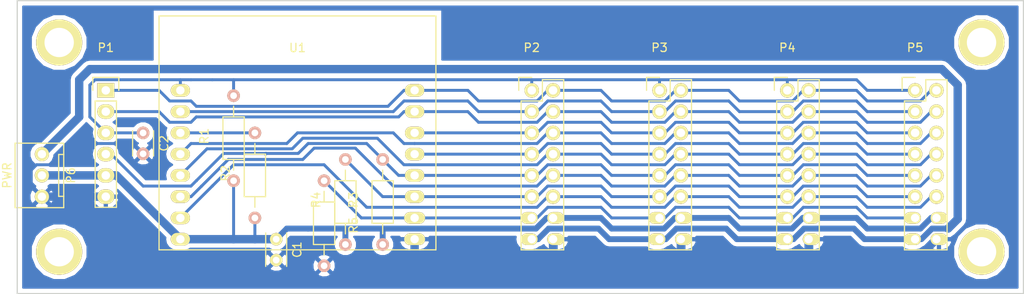
<source format=kicad_pcb>
(kicad_pcb (version 4) (host pcbnew 4.0.2-stable)

  (general
    (links 86)
    (no_connects 0)
    (area 21.519601 31.926 148.4804 70.075001)
    (thickness 1.6)
    (drawings 4)
    (tracks 369)
    (zones 0)
    (modules 18)
    (nets 18)
  )

  (page A4)
  (layers
    (0 F.Cu signal)
    (31 B.Cu signal)
    (32 B.Adhes user)
    (33 F.Adhes user)
    (34 B.Paste user)
    (35 F.Paste user)
    (36 B.SilkS user)
    (37 F.SilkS user)
    (38 B.Mask user)
    (39 F.Mask user)
    (40 Dwgs.User user)
    (41 Cmts.User user)
    (42 Eco1.User user)
    (43 Eco2.User user)
    (44 Edge.Cuts user)
    (45 Margin user)
    (46 B.CrtYd user)
    (47 F.CrtYd user)
    (48 B.Fab user)
    (49 F.Fab user)
  )

  (setup
    (last_trace_width 0.7)
    (user_trace_width 0.35)
    (user_trace_width 0.5)
    (user_trace_width 0.7)
    (user_trace_width 1)
    (trace_clearance 0.2)
    (zone_clearance 0.508)
    (zone_45_only yes)
    (trace_min 0.2)
    (segment_width 0.2)
    (edge_width 0.15)
    (via_size 0.6)
    (via_drill 0.4)
    (via_min_size 0.4)
    (via_min_drill 0.3)
    (uvia_size 0.3)
    (uvia_drill 0.1)
    (uvias_allowed no)
    (uvia_min_size 0.2)
    (uvia_min_drill 0.1)
    (pcb_text_width 0.3)
    (pcb_text_size 1.5 1.5)
    (mod_edge_width 0.15)
    (mod_text_size 1 1)
    (mod_text_width 0.15)
    (pad_size 1.5 1.5)
    (pad_drill 0.8)
    (pad_to_mask_clearance 0.2)
    (aux_axis_origin 0 0)
    (visible_elements 7FFFFFFF)
    (pcbplotparams
      (layerselection 0x00030_80000001)
      (usegerberextensions false)
      (excludeedgelayer true)
      (linewidth 0.100000)
      (plotframeref false)
      (viasonmask false)
      (mode 1)
      (useauxorigin false)
      (hpglpennumber 1)
      (hpglpenspeed 20)
      (hpglpendiameter 15)
      (hpglpenoverlay 2)
      (psnegative false)
      (psa4output false)
      (plotreference true)
      (plotvalue true)
      (plotinvisibletext false)
      (padsonsilk false)
      (subtractmaskfromsilk false)
      (outputformat 1)
      (mirror false)
      (drillshape 1)
      (scaleselection 1)
      (outputdirectory ""))
  )

  (net 0 "")
  (net 1 /TXD)
  (net 2 /RXD)
  (net 3 /RESET)
  (net 4 /GPIO0)
  (net 5 VCC)
  (net 6 GND)
  (net 7 /ADC)
  (net 8 /GPIO4)
  (net 9 /GPIO16)
  (net 10 /GPIO5)
  (net 11 /GPIO14)
  (net 12 /GPIO12)
  (net 13 /GPIO2)
  (net 14 /GPIO13)
  (net 15 /GPIO15)
  (net 16 VDD)
  (net 17 "Net-(R2-Pad2)")

  (net_class Default "This is the default net class."
    (clearance 0.2)
    (trace_width 0.25)
    (via_dia 0.6)
    (via_drill 0.4)
    (uvia_dia 0.3)
    (uvia_drill 0.1)
    (add_net /ADC)
    (add_net /GPIO0)
    (add_net /GPIO12)
    (add_net /GPIO13)
    (add_net /GPIO14)
    (add_net /GPIO15)
    (add_net /GPIO16)
    (add_net /GPIO2)
    (add_net /GPIO4)
    (add_net /GPIO5)
    (add_net /RESET)
    (add_net /RXD)
    (add_net /TXD)
    (add_net GND)
    (add_net "Net-(R2-Pad2)")
    (add_net VCC)
    (add_net VDD)
  )

  (module Pin_Headers:Pin_Header_Straight_1x06 (layer F.Cu) (tedit 0) (tstamp 5814714E)
    (at 35.56 45.72)
    (descr "Through hole pin header")
    (tags "pin header")
    (path /581473BE)
    (fp_text reference P1 (at 0 -5.1) (layer F.SilkS)
      (effects (font (size 1 1) (thickness 0.15)))
    )
    (fp_text value ISP (at 0 -3.1) (layer F.Fab)
      (effects (font (size 1 1) (thickness 0.15)))
    )
    (fp_line (start -1.75 -1.75) (end -1.75 14.45) (layer F.CrtYd) (width 0.05))
    (fp_line (start 1.75 -1.75) (end 1.75 14.45) (layer F.CrtYd) (width 0.05))
    (fp_line (start -1.75 -1.75) (end 1.75 -1.75) (layer F.CrtYd) (width 0.05))
    (fp_line (start -1.75 14.45) (end 1.75 14.45) (layer F.CrtYd) (width 0.05))
    (fp_line (start 1.27 1.27) (end 1.27 13.97) (layer F.SilkS) (width 0.15))
    (fp_line (start 1.27 13.97) (end -1.27 13.97) (layer F.SilkS) (width 0.15))
    (fp_line (start -1.27 13.97) (end -1.27 1.27) (layer F.SilkS) (width 0.15))
    (fp_line (start 1.55 -1.55) (end 1.55 0) (layer F.SilkS) (width 0.15))
    (fp_line (start 1.27 1.27) (end -1.27 1.27) (layer F.SilkS) (width 0.15))
    (fp_line (start -1.55 0) (end -1.55 -1.55) (layer F.SilkS) (width 0.15))
    (fp_line (start -1.55 -1.55) (end 1.55 -1.55) (layer F.SilkS) (width 0.15))
    (pad 1 thru_hole rect (at 0 0) (size 2.032 1.7272) (drill 1.016) (layers *.Cu *.Mask F.SilkS)
      (net 1 /TXD))
    (pad 2 thru_hole oval (at 0 2.54) (size 2.032 1.7272) (drill 1.016) (layers *.Cu *.Mask F.SilkS)
      (net 2 /RXD))
    (pad 3 thru_hole oval (at 0 5.08) (size 2.032 1.7272) (drill 1.016) (layers *.Cu *.Mask F.SilkS)
      (net 3 /RESET))
    (pad 4 thru_hole oval (at 0 7.62) (size 2.032 1.7272) (drill 1.016) (layers *.Cu *.Mask F.SilkS)
      (net 4 /GPIO0))
    (pad 5 thru_hole oval (at 0 10.16) (size 2.032 1.7272) (drill 1.016) (layers *.Cu *.Mask F.SilkS)
      (net 5 VCC))
    (pad 6 thru_hole oval (at 0 12.7) (size 2.032 1.7272) (drill 1.016) (layers *.Cu *.Mask F.SilkS)
      (net 6 GND))
    (model Pin_Headers.3dshapes/Pin_Header_Straight_1x06.wrl
      (at (xyz 0 -0.25 0))
      (scale (xyz 1 1 1))
      (rotate (xyz 0 0 90))
    )
  )

  (module Pin_Headers:Pin_Header_Straight_2x08 (layer F.Cu) (tedit 58156E2E) (tstamp 5814716E)
    (at 86.36 45.72)
    (descr "Through hole pin header")
    (tags "pin header")
    (path /581269E1)
    (fp_text reference P2 (at 0 -5.1) (layer F.SilkS)
      (effects (font (size 1 1) (thickness 0.15)))
    )
    (fp_text value BUS (at 0 -3.1) (layer F.Fab)
      (effects (font (size 1 1) (thickness 0.15)))
    )
    (fp_line (start -1.75 -1.75) (end -1.75 19.55) (layer F.CrtYd) (width 0.05))
    (fp_line (start 4.3 -1.75) (end 4.3 19.55) (layer F.CrtYd) (width 0.05))
    (fp_line (start -1.75 -1.75) (end 4.3 -1.75) (layer F.CrtYd) (width 0.05))
    (fp_line (start -1.75 19.55) (end 4.3 19.55) (layer F.CrtYd) (width 0.05))
    (fp_line (start 3.81 19.05) (end 3.81 -1.27) (layer F.SilkS) (width 0.15))
    (fp_line (start -1.27 1.27) (end -1.27 19.05) (layer F.SilkS) (width 0.15))
    (fp_line (start 3.81 19.05) (end -1.27 19.05) (layer F.SilkS) (width 0.15))
    (fp_line (start 3.81 -1.27) (end 1.27 -1.27) (layer F.SilkS) (width 0.15))
    (fp_line (start 0 -1.55) (end -1.55 -1.55) (layer F.SilkS) (width 0.15))
    (fp_line (start 1.27 -1.27) (end 1.27 1.27) (layer F.SilkS) (width 0.15))
    (fp_line (start 1.27 1.27) (end -1.27 1.27) (layer F.SilkS) (width 0.15))
    (fp_line (start -1.55 -1.55) (end -1.55 0) (layer F.SilkS) (width 0.15))
    (pad 1 thru_hole oval (at 0 0) (size 1.7272 1.7272) (drill 1.016) (layers *.Cu *.Mask F.SilkS)
      (net 3 /RESET))
    (pad 2 thru_hole oval (at 2.54 0) (size 1.7272 1.7272) (drill 1.016) (layers *.Cu *.Mask F.SilkS)
      (net 1 /TXD))
    (pad 3 thru_hole oval (at 0 2.54) (size 1.7272 1.7272) (drill 1.016) (layers *.Cu *.Mask F.SilkS)
      (net 7 /ADC))
    (pad 4 thru_hole oval (at 2.54 2.54) (size 1.7272 1.7272) (drill 1.016) (layers *.Cu *.Mask F.SilkS)
      (net 2 /RXD))
    (pad 5 thru_hole oval (at 0 5.08) (size 1.7272 1.7272) (drill 1.016) (layers *.Cu *.Mask F.SilkS)
      (net 8 /GPIO4))
    (pad 6 thru_hole oval (at 2.54 5.08) (size 1.7272 1.7272) (drill 1.016) (layers *.Cu *.Mask F.SilkS)
      (net 9 /GPIO16))
    (pad 7 thru_hole oval (at 0 7.62) (size 1.7272 1.7272) (drill 1.016) (layers *.Cu *.Mask F.SilkS)
      (net 10 /GPIO5))
    (pad 8 thru_hole oval (at 2.54 7.62) (size 1.7272 1.7272) (drill 1.016) (layers *.Cu *.Mask F.SilkS)
      (net 11 /GPIO14))
    (pad 9 thru_hole oval (at 0 10.16) (size 1.7272 1.7272) (drill 1.016) (layers *.Cu *.Mask F.SilkS)
      (net 4 /GPIO0))
    (pad 10 thru_hole oval (at 2.54 10.16) (size 1.7272 1.7272) (drill 1.016) (layers *.Cu *.Mask F.SilkS)
      (net 12 /GPIO12))
    (pad 11 thru_hole oval (at 0 12.7) (size 1.7272 1.7272) (drill 1.016) (layers *.Cu *.Mask F.SilkS)
      (net 13 /GPIO2))
    (pad 12 thru_hole oval (at 2.54 12.7) (size 1.7272 1.7272) (drill 1.016) (layers *.Cu *.Mask F.SilkS)
      (net 14 /GPIO13))
    (pad 13 thru_hole oval (at 0 15.24) (size 2 1.4) (drill 1 (offset -0.3 0)) (layers *.Cu *.Mask F.SilkS)
      (net 15 /GPIO15))
    (pad 14 thru_hole oval (at 2.54 15.24) (size 2 1.4) (drill 1 (offset 0.3 0)) (layers *.Cu *.Mask F.SilkS)
      (net 5 VCC))
    (pad 15 thru_hole oval (at 0 17.78) (size 2 1.4) (drill 1 (offset -0.3 0)) (layers *.Cu *.Mask F.SilkS)
      (net 16 VDD))
    (pad 16 thru_hole oval (at 2.54 17.78) (size 2 1.4) (drill 1 (offset 0.3 0)) (layers *.Cu *.Mask F.SilkS)
      (net 6 GND))
    (model Pin_Headers.3dshapes/Pin_Header_Straight_2x08.wrl
      (at (xyz 0.05 -0.35 0))
      (scale (xyz 1 1 1))
      (rotate (xyz 0 0 90))
    )
  )

  (module Pin_Headers:Pin_Header_Straight_2x08 (layer F.Cu) (tedit 58156E6A) (tstamp 5814718E)
    (at 101.6 45.72)
    (descr "Through hole pin header")
    (tags "pin header")
    (path /5814678C)
    (fp_text reference P3 (at 0 -5.1) (layer F.SilkS)
      (effects (font (size 1 1) (thickness 0.15)))
    )
    (fp_text value BUS (at 0 -3.1) (layer F.Fab)
      (effects (font (size 1 1) (thickness 0.15)))
    )
    (fp_line (start -1.75 -1.75) (end -1.75 19.55) (layer F.CrtYd) (width 0.05))
    (fp_line (start 4.3 -1.75) (end 4.3 19.55) (layer F.CrtYd) (width 0.05))
    (fp_line (start -1.75 -1.75) (end 4.3 -1.75) (layer F.CrtYd) (width 0.05))
    (fp_line (start -1.75 19.55) (end 4.3 19.55) (layer F.CrtYd) (width 0.05))
    (fp_line (start 3.81 19.05) (end 3.81 -1.27) (layer F.SilkS) (width 0.15))
    (fp_line (start -1.27 1.27) (end -1.27 19.05) (layer F.SilkS) (width 0.15))
    (fp_line (start 3.81 19.05) (end -1.27 19.05) (layer F.SilkS) (width 0.15))
    (fp_line (start 3.81 -1.27) (end 1.27 -1.27) (layer F.SilkS) (width 0.15))
    (fp_line (start 0 -1.55) (end -1.55 -1.55) (layer F.SilkS) (width 0.15))
    (fp_line (start 1.27 -1.27) (end 1.27 1.27) (layer F.SilkS) (width 0.15))
    (fp_line (start 1.27 1.27) (end -1.27 1.27) (layer F.SilkS) (width 0.15))
    (fp_line (start -1.55 -1.55) (end -1.55 0) (layer F.SilkS) (width 0.15))
    (pad 1 thru_hole oval (at 0 0) (size 1.7272 1.7272) (drill 1.016) (layers *.Cu *.Mask F.SilkS)
      (net 3 /RESET))
    (pad 2 thru_hole oval (at 2.54 0) (size 1.7272 1.7272) (drill 1.016) (layers *.Cu *.Mask F.SilkS)
      (net 1 /TXD))
    (pad 3 thru_hole oval (at 0 2.54) (size 1.7272 1.7272) (drill 1.016) (layers *.Cu *.Mask F.SilkS)
      (net 7 /ADC))
    (pad 4 thru_hole oval (at 2.54 2.54) (size 1.7272 1.7272) (drill 1.016) (layers *.Cu *.Mask F.SilkS)
      (net 2 /RXD))
    (pad 5 thru_hole oval (at 0 5.08) (size 1.7272 1.7272) (drill 1.016) (layers *.Cu *.Mask F.SilkS)
      (net 8 /GPIO4))
    (pad 6 thru_hole oval (at 2.54 5.08) (size 1.7272 1.7272) (drill 1.016) (layers *.Cu *.Mask F.SilkS)
      (net 9 /GPIO16))
    (pad 7 thru_hole oval (at 0 7.62) (size 1.7272 1.7272) (drill 1.016) (layers *.Cu *.Mask F.SilkS)
      (net 10 /GPIO5))
    (pad 8 thru_hole oval (at 2.54 7.62) (size 1.7272 1.7272) (drill 1.016) (layers *.Cu *.Mask F.SilkS)
      (net 11 /GPIO14))
    (pad 9 thru_hole oval (at 0 10.16) (size 1.7272 1.7272) (drill 1.016) (layers *.Cu *.Mask F.SilkS)
      (net 4 /GPIO0))
    (pad 10 thru_hole oval (at 2.54 10.16) (size 1.7272 1.7272) (drill 1.016) (layers *.Cu *.Mask F.SilkS)
      (net 12 /GPIO12))
    (pad 11 thru_hole oval (at 0 12.7) (size 1.7272 1.7272) (drill 1.016) (layers *.Cu *.Mask F.SilkS)
      (net 13 /GPIO2))
    (pad 12 thru_hole oval (at 2.54 12.7) (size 1.7272 1.7272) (drill 1.016) (layers *.Cu *.Mask F.SilkS)
      (net 14 /GPIO13))
    (pad 13 thru_hole oval (at 0 15.24) (size 2 1.4) (drill 1 (offset -0.3 0)) (layers *.Cu *.Mask F.SilkS)
      (net 15 /GPIO15))
    (pad 14 thru_hole oval (at 2.54 15.24) (size 2 1.4) (drill 1 (offset 0.3 0)) (layers *.Cu *.Mask F.SilkS)
      (net 5 VCC))
    (pad 15 thru_hole oval (at 0 17.78) (size 2 1.4) (drill 1 (offset -0.3 0)) (layers *.Cu *.Mask F.SilkS)
      (net 16 VDD))
    (pad 16 thru_hole oval (at 2.54 17.78) (size 2 1.4) (drill 1 (offset 0.3 0)) (layers *.Cu *.Mask F.SilkS)
      (net 6 GND))
    (model Pin_Headers.3dshapes/Pin_Header_Straight_2x08.wrl
      (at (xyz 0.05 -0.35 0))
      (scale (xyz 1 1 1))
      (rotate (xyz 0 0 90))
    )
  )

  (module Pin_Headers:Pin_Header_Straight_2x08 (layer F.Cu) (tedit 58156E79) (tstamp 581471AE)
    (at 116.84 45.72)
    (descr "Through hole pin header")
    (tags "pin header")
    (path /58146952)
    (fp_text reference P4 (at 0 -5.1) (layer F.SilkS)
      (effects (font (size 1 1) (thickness 0.15)))
    )
    (fp_text value BUS (at 0 -3.1) (layer F.Fab)
      (effects (font (size 1 1) (thickness 0.15)))
    )
    (fp_line (start -1.75 -1.75) (end -1.75 19.55) (layer F.CrtYd) (width 0.05))
    (fp_line (start 4.3 -1.75) (end 4.3 19.55) (layer F.CrtYd) (width 0.05))
    (fp_line (start -1.75 -1.75) (end 4.3 -1.75) (layer F.CrtYd) (width 0.05))
    (fp_line (start -1.75 19.55) (end 4.3 19.55) (layer F.CrtYd) (width 0.05))
    (fp_line (start 3.81 19.05) (end 3.81 -1.27) (layer F.SilkS) (width 0.15))
    (fp_line (start -1.27 1.27) (end -1.27 19.05) (layer F.SilkS) (width 0.15))
    (fp_line (start 3.81 19.05) (end -1.27 19.05) (layer F.SilkS) (width 0.15))
    (fp_line (start 3.81 -1.27) (end 1.27 -1.27) (layer F.SilkS) (width 0.15))
    (fp_line (start 0 -1.55) (end -1.55 -1.55) (layer F.SilkS) (width 0.15))
    (fp_line (start 1.27 -1.27) (end 1.27 1.27) (layer F.SilkS) (width 0.15))
    (fp_line (start 1.27 1.27) (end -1.27 1.27) (layer F.SilkS) (width 0.15))
    (fp_line (start -1.55 -1.55) (end -1.55 0) (layer F.SilkS) (width 0.15))
    (pad 1 thru_hole oval (at 0 0) (size 1.7272 1.7272) (drill 1.016) (layers *.Cu *.Mask F.SilkS)
      (net 3 /RESET))
    (pad 2 thru_hole oval (at 2.54 0) (size 1.7272 1.7272) (drill 1.016) (layers *.Cu *.Mask F.SilkS)
      (net 1 /TXD))
    (pad 3 thru_hole oval (at 0 2.54) (size 1.7272 1.7272) (drill 1.016) (layers *.Cu *.Mask F.SilkS)
      (net 7 /ADC))
    (pad 4 thru_hole oval (at 2.54 2.54) (size 1.7272 1.7272) (drill 1.016) (layers *.Cu *.Mask F.SilkS)
      (net 2 /RXD))
    (pad 5 thru_hole oval (at 0 5.08) (size 1.7272 1.7272) (drill 1.016) (layers *.Cu *.Mask F.SilkS)
      (net 8 /GPIO4))
    (pad 6 thru_hole oval (at 2.54 5.08) (size 1.7272 1.7272) (drill 1.016) (layers *.Cu *.Mask F.SilkS)
      (net 9 /GPIO16))
    (pad 7 thru_hole oval (at 0 7.62) (size 1.7272 1.7272) (drill 1.016) (layers *.Cu *.Mask F.SilkS)
      (net 10 /GPIO5))
    (pad 8 thru_hole oval (at 2.54 7.62) (size 1.7272 1.7272) (drill 1.016) (layers *.Cu *.Mask F.SilkS)
      (net 11 /GPIO14))
    (pad 9 thru_hole oval (at 0 10.16) (size 1.7272 1.7272) (drill 1.016) (layers *.Cu *.Mask F.SilkS)
      (net 4 /GPIO0))
    (pad 10 thru_hole oval (at 2.54 10.16) (size 1.7272 1.7272) (drill 1.016) (layers *.Cu *.Mask F.SilkS)
      (net 12 /GPIO12))
    (pad 11 thru_hole oval (at 0 12.7) (size 1.7272 1.7272) (drill 1.016) (layers *.Cu *.Mask F.SilkS)
      (net 13 /GPIO2))
    (pad 12 thru_hole oval (at 2.54 12.7) (size 1.7272 1.7272) (drill 1.016) (layers *.Cu *.Mask F.SilkS)
      (net 14 /GPIO13))
    (pad 13 thru_hole oval (at 0 15.24) (size 2 1.4) (drill 1 (offset -0.3 0)) (layers *.Cu *.Mask F.SilkS)
      (net 15 /GPIO15))
    (pad 14 thru_hole oval (at 2.54 15.24) (size 2 1.4) (drill 1 (offset 0.3 0)) (layers *.Cu *.Mask F.SilkS)
      (net 5 VCC))
    (pad 15 thru_hole oval (at 0 17.78) (size 2 1.4) (drill 1 (offset -0.3 0)) (layers *.Cu *.Mask F.SilkS)
      (net 16 VDD))
    (pad 16 thru_hole oval (at 2.54 17.78) (size 2 1.4) (drill 1 (offset 0.3 0)) (layers *.Cu *.Mask F.SilkS)
      (net 6 GND))
    (model Pin_Headers.3dshapes/Pin_Header_Straight_2x08.wrl
      (at (xyz 0.05 -0.35 0))
      (scale (xyz 1 1 1))
      (rotate (xyz 0 0 90))
    )
  )

  (module Pin_Headers:Pin_Header_Straight_2x08 (layer F.Cu) (tedit 58156E88) (tstamp 581471CE)
    (at 132.08 45.72)
    (descr "Through hole pin header")
    (tags "pin header")
    (path /581469DD)
    (fp_text reference P5 (at 0 -5.1) (layer F.SilkS)
      (effects (font (size 1 1) (thickness 0.15)))
    )
    (fp_text value BUS (at 0 -3.1) (layer F.Fab)
      (effects (font (size 1 1) (thickness 0.15)))
    )
    (fp_line (start -1.75 -1.75) (end -1.75 19.55) (layer F.CrtYd) (width 0.05))
    (fp_line (start 4.3 -1.75) (end 4.3 19.55) (layer F.CrtYd) (width 0.05))
    (fp_line (start -1.75 -1.75) (end 4.3 -1.75) (layer F.CrtYd) (width 0.05))
    (fp_line (start -1.75 19.55) (end 4.3 19.55) (layer F.CrtYd) (width 0.05))
    (fp_line (start 3.81 19.05) (end 3.81 -1.27) (layer F.SilkS) (width 0.15))
    (fp_line (start -1.27 1.27) (end -1.27 19.05) (layer F.SilkS) (width 0.15))
    (fp_line (start 3.81 19.05) (end -1.27 19.05) (layer F.SilkS) (width 0.15))
    (fp_line (start 3.81 -1.27) (end 1.27 -1.27) (layer F.SilkS) (width 0.15))
    (fp_line (start 0 -1.55) (end -1.55 -1.55) (layer F.SilkS) (width 0.15))
    (fp_line (start 1.27 -1.27) (end 1.27 1.27) (layer F.SilkS) (width 0.15))
    (fp_line (start 1.27 1.27) (end -1.27 1.27) (layer F.SilkS) (width 0.15))
    (fp_line (start -1.55 -1.55) (end -1.55 0) (layer F.SilkS) (width 0.15))
    (pad 1 thru_hole oval (at 0 0) (size 1.7272 1.7272) (drill 1.016) (layers *.Cu *.Mask F.SilkS)
      (net 3 /RESET))
    (pad 2 thru_hole oval (at 2.54 0) (size 1.7272 1.7272) (drill 1.016) (layers *.Cu *.Mask F.SilkS)
      (net 1 /TXD))
    (pad 3 thru_hole oval (at 0 2.54) (size 1.7272 1.7272) (drill 1.016) (layers *.Cu *.Mask F.SilkS)
      (net 7 /ADC))
    (pad 4 thru_hole oval (at 2.54 2.54) (size 1.7272 1.7272) (drill 1.016) (layers *.Cu *.Mask F.SilkS)
      (net 2 /RXD))
    (pad 5 thru_hole oval (at 0 5.08) (size 1.7272 1.7272) (drill 1.016) (layers *.Cu *.Mask F.SilkS)
      (net 8 /GPIO4))
    (pad 6 thru_hole oval (at 2.54 5.08) (size 1.7272 1.7272) (drill 1.016) (layers *.Cu *.Mask F.SilkS)
      (net 9 /GPIO16))
    (pad 7 thru_hole oval (at 0 7.62) (size 1.7272 1.7272) (drill 1.016) (layers *.Cu *.Mask F.SilkS)
      (net 10 /GPIO5))
    (pad 8 thru_hole oval (at 2.54 7.62) (size 1.7272 1.7272) (drill 1.016) (layers *.Cu *.Mask F.SilkS)
      (net 11 /GPIO14))
    (pad 9 thru_hole oval (at 0 10.16) (size 1.7272 1.7272) (drill 1.016) (layers *.Cu *.Mask F.SilkS)
      (net 4 /GPIO0))
    (pad 10 thru_hole oval (at 2.54 10.16) (size 1.7272 1.7272) (drill 1.016) (layers *.Cu *.Mask F.SilkS)
      (net 12 /GPIO12))
    (pad 11 thru_hole oval (at 0 12.7) (size 1.7272 1.7272) (drill 1.016) (layers *.Cu *.Mask F.SilkS)
      (net 13 /GPIO2))
    (pad 12 thru_hole oval (at 2.54 12.7) (size 1.7272 1.7272) (drill 1.016) (layers *.Cu *.Mask F.SilkS)
      (net 14 /GPIO13))
    (pad 13 thru_hole oval (at 0 15.24) (size 2 1.4) (drill 1 (offset -0.3 0)) (layers *.Cu *.Mask F.SilkS)
      (net 15 /GPIO15))
    (pad 14 thru_hole oval (at 2.54 15.24) (size 2 1.4) (drill 1 (offset 0.3 0)) (layers *.Cu *.Mask F.SilkS)
      (net 5 VCC))
    (pad 15 thru_hole oval (at 0 17.78) (size 2 1.4) (drill 1 (offset -0.3 0)) (layers *.Cu *.Mask F.SilkS)
      (net 16 VDD))
    (pad 16 thru_hole oval (at 2.54 17.78) (size 2 1.4) (drill 1 (offset 0.3 0)) (layers *.Cu *.Mask F.SilkS)
      (net 6 GND))
    (model Pin_Headers.3dshapes/Pin_Header_Straight_2x08.wrl
      (at (xyz 0.05 -0.35 0))
      (scale (xyz 1 1 1))
      (rotate (xyz 0 0 90))
    )
  )

  (module suf_connector_ncw:CONN_NCW254-03S (layer F.Cu) (tedit 525A1FCA) (tstamp 581471DC)
    (at 27.94 55.88 270)
    (path /58146B15)
    (fp_text reference P6 (at 0 -3.45 270) (layer F.SilkS)
      (effects (font (size 1 1) (thickness 0.15)))
    )
    (fp_text value PWR (at 0 4.15 270) (layer F.SilkS)
      (effects (font (size 1 1) (thickness 0.15)))
    )
    (fp_line (start 2.5 -2) (end -2.5 -2) (layer F.SilkS) (width 0.15))
    (fp_line (start 2.5 -2.6) (end 2.5 -2) (layer F.SilkS) (width 0.15))
    (fp_line (start -2.5 -2.6) (end -2.5 -2) (layer F.SilkS) (width 0.15))
    (fp_line (start 3.85 -2.6) (end 3.85 3.2) (layer F.SilkS) (width 0.15))
    (fp_line (start -3.85 -2.6) (end 3.85 -2.6) (layer F.SilkS) (width 0.15))
    (fp_line (start -3.85 3.2) (end -3.85 -2.6) (layer F.SilkS) (width 0.15))
    (fp_line (start -3.85 3.2) (end 3.85 3.2) (layer F.SilkS) (width 0.15))
    (pad 2 thru_hole circle (at 0 0 270) (size 1.7 1.7) (drill 1) (layers *.Cu *.Mask F.SilkS)
      (net 5 VCC))
    (pad 3 thru_hole circle (at 2.54 0 270) (size 1.7 1.7) (drill 1) (layers *.Cu *.Mask F.SilkS)
      (net 6 GND))
    (pad 1 thru_hole circle (at -2.54 0 270) (size 1.7 1.7) (drill 1) (layers *.Cu *.Mask F.SilkS)
      (net 16 VDD))
  )

  (module Resistors_ThroughHole:Resistor_Horizontal_RM10mm (layer F.Cu) (tedit 58147C84) (tstamp 581471EC)
    (at 50.8 56.515 90)
    (descr "Resistor, Axial,  RM 10mm, 1/3W")
    (tags "Resistor Axial RM 10mm 1/3W")
    (path /58147F5E)
    (fp_text reference R1 (at 5.32892 -3.50012 90) (layer F.SilkS)
      (effects (font (size 1 1) (thickness 0.15)))
    )
    (fp_text value 12K (at 5.08 3.81 90) (layer F.Fab)
      (effects (font (size 1 1) (thickness 0.15)))
    )
    (fp_line (start -1.25 -1.5) (end 11.4 -1.5) (layer F.CrtYd) (width 0.05))
    (fp_line (start -1.25 1.5) (end -1.25 -1.5) (layer F.CrtYd) (width 0.05))
    (fp_line (start 11.4 -1.5) (end 11.4 1.5) (layer F.CrtYd) (width 0.05))
    (fp_line (start -1.25 1.5) (end 11.4 1.5) (layer F.CrtYd) (width 0.05))
    (fp_line (start 2.54 -1.27) (end 7.62 -1.27) (layer F.SilkS) (width 0.15))
    (fp_line (start 7.62 -1.27) (end 7.62 1.27) (layer F.SilkS) (width 0.15))
    (fp_line (start 7.62 1.27) (end 2.54 1.27) (layer F.SilkS) (width 0.15))
    (fp_line (start 2.54 1.27) (end 2.54 -1.27) (layer F.SilkS) (width 0.15))
    (fp_line (start 2.54 0) (end 1.27 0) (layer F.SilkS) (width 0.15))
    (fp_line (start 7.62 0) (end 8.89 0) (layer F.SilkS) (width 0.15))
    (pad 1 thru_hole circle (at 0 0 90) (size 1.5 1.5) (drill 0.8) (layers *.Cu *.SilkS *.Mask)
      (net 5 VCC))
    (pad 2 thru_hole circle (at 10.16 0 90) (size 1.5 1.5) (drill 0.8) (layers *.Cu *.SilkS *.Mask)
      (net 3 /RESET))
    (model Resistors_ThroughHole.3dshapes/Resistor_Horizontal_RM10mm.wrl
      (at (xyz 0.2 0 0))
      (scale (xyz 0.4 0.4 0.4))
      (rotate (xyz 0 0 0))
    )
  )

  (module Resistors_ThroughHole:Resistor_Horizontal_RM10mm (layer F.Cu) (tedit 56648415) (tstamp 581471FC)
    (at 53.34 60.96 90)
    (descr "Resistor, Axial,  RM 10mm, 1/3W")
    (tags "Resistor Axial RM 10mm 1/3W")
    (path /58147EB7)
    (fp_text reference R2 (at 5.32892 -3.50012 90) (layer F.SilkS)
      (effects (font (size 1 1) (thickness 0.15)))
    )
    (fp_text value 12K (at 5.08 3.81 90) (layer F.Fab)
      (effects (font (size 1 1) (thickness 0.15)))
    )
    (fp_line (start -1.25 -1.5) (end 11.4 -1.5) (layer F.CrtYd) (width 0.05))
    (fp_line (start -1.25 1.5) (end -1.25 -1.5) (layer F.CrtYd) (width 0.05))
    (fp_line (start 11.4 -1.5) (end 11.4 1.5) (layer F.CrtYd) (width 0.05))
    (fp_line (start -1.25 1.5) (end 11.4 1.5) (layer F.CrtYd) (width 0.05))
    (fp_line (start 2.54 -1.27) (end 7.62 -1.27) (layer F.SilkS) (width 0.15))
    (fp_line (start 7.62 -1.27) (end 7.62 1.27) (layer F.SilkS) (width 0.15))
    (fp_line (start 7.62 1.27) (end 2.54 1.27) (layer F.SilkS) (width 0.15))
    (fp_line (start 2.54 1.27) (end 2.54 -1.27) (layer F.SilkS) (width 0.15))
    (fp_line (start 2.54 0) (end 1.27 0) (layer F.SilkS) (width 0.15))
    (fp_line (start 7.62 0) (end 8.89 0) (layer F.SilkS) (width 0.15))
    (pad 1 thru_hole circle (at 0 0 90) (size 1.5 1.5) (drill 0.8) (layers *.Cu *.SilkS *.Mask)
      (net 5 VCC))
    (pad 2 thru_hole circle (at 10.16 0 90) (size 1.5 1.5) (drill 0.8) (layers *.Cu *.SilkS *.Mask)
      (net 17 "Net-(R2-Pad2)"))
    (model Resistors_ThroughHole.3dshapes/Resistor_Horizontal_RM10mm.wrl
      (at (xyz 0.2 0 0))
      (scale (xyz 0.4 0.4 0.4))
      (rotate (xyz 0 0 0))
    )
  )

  (module Resistors_ThroughHole:Resistor_Horizontal_RM10mm (layer F.Cu) (tedit 56648415) (tstamp 5814720C)
    (at 68.58 64.135 90)
    (descr "Resistor, Axial,  RM 10mm, 1/3W")
    (tags "Resistor Axial RM 10mm 1/3W")
    (path /58147FB3)
    (fp_text reference R3 (at 5.32892 -3.50012 90) (layer F.SilkS)
      (effects (font (size 1 1) (thickness 0.15)))
    )
    (fp_text value 12K (at 5.08 3.81 90) (layer F.Fab)
      (effects (font (size 1 1) (thickness 0.15)))
    )
    (fp_line (start -1.25 -1.5) (end 11.4 -1.5) (layer F.CrtYd) (width 0.05))
    (fp_line (start -1.25 1.5) (end -1.25 -1.5) (layer F.CrtYd) (width 0.05))
    (fp_line (start 11.4 -1.5) (end 11.4 1.5) (layer F.CrtYd) (width 0.05))
    (fp_line (start -1.25 1.5) (end 11.4 1.5) (layer F.CrtYd) (width 0.05))
    (fp_line (start 2.54 -1.27) (end 7.62 -1.27) (layer F.SilkS) (width 0.15))
    (fp_line (start 7.62 -1.27) (end 7.62 1.27) (layer F.SilkS) (width 0.15))
    (fp_line (start 7.62 1.27) (end 2.54 1.27) (layer F.SilkS) (width 0.15))
    (fp_line (start 2.54 1.27) (end 2.54 -1.27) (layer F.SilkS) (width 0.15))
    (fp_line (start 2.54 0) (end 1.27 0) (layer F.SilkS) (width 0.15))
    (fp_line (start 7.62 0) (end 8.89 0) (layer F.SilkS) (width 0.15))
    (pad 1 thru_hole circle (at 0 0 90) (size 1.5 1.5) (drill 0.8) (layers *.Cu *.SilkS *.Mask)
      (net 5 VCC))
    (pad 2 thru_hole circle (at 10.16 0 90) (size 1.5 1.5) (drill 0.8) (layers *.Cu *.SilkS *.Mask)
      (net 4 /GPIO0))
    (model Resistors_ThroughHole.3dshapes/Resistor_Horizontal_RM10mm.wrl
      (at (xyz 0.2 0 0))
      (scale (xyz 0.4 0.4 0.4))
      (rotate (xyz 0 0 0))
    )
  )

  (module suf_module:ESP_Breakout (layer F.Cu) (tedit 58156D9E) (tstamp 58147224)
    (at 58.42 50.8)
    (path /581266CE)
    (fp_text reference U1 (at 0 -10.16) (layer F.SilkS)
      (effects (font (size 1 1) (thickness 0.15)))
    )
    (fp_text value ESP_BreakOut (at 0 -12.7) (layer F.Fab)
      (effects (font (size 1 1) (thickness 0.15)))
    )
    (fp_line (start -16.51 13.97) (end 16.51 13.97) (layer F.SilkS) (width 0.15))
    (fp_line (start 16.51 13.97) (end 16.51 -13.97) (layer F.SilkS) (width 0.15))
    (fp_line (start 16.51 -13.97) (end -16.51 -13.97) (layer F.SilkS) (width 0.15))
    (fp_line (start -16.51 -13.97) (end -16.51 13.97) (layer F.SilkS) (width 0.15))
    (pad 1 thru_hole oval (at -13.97 -5.08) (size 2.3 1.5) (drill 1) (layers *.Cu *.Mask F.SilkS)
      (net 3 /RESET))
    (pad 2 thru_hole oval (at -13.97 -2.54) (size 2.3 1.5) (drill 1) (layers *.Cu *.Mask F.SilkS)
      (net 7 /ADC))
    (pad 3 thru_hole oval (at -13.97 0) (size 2.3 1.5) (drill 1) (layers *.Cu *.Mask F.SilkS)
      (net 17 "Net-(R2-Pad2)"))
    (pad 4 thru_hole oval (at -13.97 2.54) (size 2.3 1.5) (drill 1) (layers *.Cu *.Mask F.SilkS)
      (net 9 /GPIO16))
    (pad 5 thru_hole oval (at -13.97 5.08) (size 2.3 1.5) (drill 1) (layers *.Cu *.Mask F.SilkS)
      (net 11 /GPIO14))
    (pad 6 thru_hole oval (at -13.97 7.62) (size 2.3 1.5) (drill 1) (layers *.Cu *.Mask F.SilkS)
      (net 12 /GPIO12))
    (pad 7 thru_hole oval (at -13.97 10.16) (size 2.3 1.5) (drill 1) (layers *.Cu *.Mask F.SilkS)
      (net 14 /GPIO13))
    (pad 8 thru_hole oval (at -13.97 12.7) (size 2.3 1.5) (drill 1) (layers *.Cu *.Mask F.SilkS)
      (net 5 VCC))
    (pad 9 thru_hole oval (at 13.97 12.7) (size 2.5 1.4) (drill 1) (layers *.Cu *.Mask F.SilkS)
      (net 6 GND))
    (pad 10 thru_hole oval (at 13.97 10.16) (size 2.5 1.4) (drill 1) (layers *.Cu *.Mask F.SilkS)
      (net 15 /GPIO15))
    (pad 11 thru_hole oval (at 13.97 7.62) (size 2.3 1.5) (drill 1) (layers *.Cu *.Mask F.SilkS)
      (net 13 /GPIO2))
    (pad 12 thru_hole oval (at 13.97 5.08) (size 2.3 1.5) (drill 1) (layers *.Cu *.Mask F.SilkS)
      (net 4 /GPIO0))
    (pad 13 thru_hole oval (at 13.97 2.54) (size 2.3 1.5) (drill 1) (layers *.Cu *.Mask F.SilkS)
      (net 10 /GPIO5))
    (pad 14 thru_hole oval (at 13.97 0) (size 2.3 1.5) (drill 1) (layers *.Cu *.Mask F.SilkS)
      (net 8 /GPIO4))
    (pad 15 thru_hole oval (at 13.97 -2.54) (size 2.3 1.5) (drill 1) (layers *.Cu *.Mask F.SilkS)
      (net 2 /RXD))
    (pad 16 thru_hole oval (at 13.97 -5.08) (size 2.3 1.5) (drill 1) (layers *.Cu *.Mask F.SilkS)
      (net 1 /TXD))
  )

  (module Capacitors_ThroughHole:C_Rect_L4_W2.5_P2.5 (layer F.Cu) (tedit 58148327) (tstamp 5814811C)
    (at 55.88 63.5 270)
    (descr "Film Capacitor Length 4mm x Width 2.5mm, Pitch 2.5mm")
    (tags Capacitor)
    (path /581485DA)
    (fp_text reference C1 (at 1.25 -2.5 270) (layer F.SilkS)
      (effects (font (size 1 1) (thickness 0.15)))
    )
    (fp_text value 1uF/10V (at 1.25 2.5 270) (layer F.Fab)
      (effects (font (size 1 1) (thickness 0.15)))
    )
    (fp_line (start -1 -1.5) (end 3.5 -1.5) (layer F.CrtYd) (width 0.05))
    (fp_line (start 3.5 -1.5) (end 3.5 1.5) (layer F.CrtYd) (width 0.05))
    (fp_line (start 3.5 1.5) (end -1 1.5) (layer F.CrtYd) (width 0.05))
    (fp_line (start -1 1.5) (end -1 -1.5) (layer F.CrtYd) (width 0.05))
    (fp_line (start -0.75 -1.25) (end 3.25 -1.25) (layer F.SilkS) (width 0.15))
    (fp_line (start -0.75 1.25) (end 3.25 1.25) (layer F.SilkS) (width 0.15))
    (pad 1 thru_hole circle (at 0 0 270) (size 1.5 1.5) (drill 0.8) (layers *.Cu *.Mask F.SilkS)
      (net 5 VCC))
    (pad 2 thru_hole circle (at 2.5 0 270) (size 1.5 1.5) (drill 0.8) (layers *.Cu *.Mask F.SilkS)
      (net 6 GND))
  )

  (module suf_mounting:MNT_HOLE_3.5 (layer F.Cu) (tedit 4AAB215B) (tstamp 58148467)
    (at 140 40)
    (fp_text reference MNT_HOLE_3.5 (at 0 -6.35) (layer F.SilkS) hide
      (effects (font (thickness 0.3048)))
    )
    (fp_text value Val** (at 0 0) (layer F.SilkS) hide
      (effects (font (thickness 0.3048)))
    )
    (pad "" thru_hole circle (at 0 0) (size 5.4991 5.4991) (drill 3.50012) (layers *.Cu *.Mask F.SilkS))
  )

  (module suf_mounting:MNT_HOLE_3.5 (layer F.Cu) (tedit 4AAB215B) (tstamp 58148489)
    (at 140 65)
    (fp_text reference MNT_HOLE_3.5 (at 0 -6.35) (layer F.SilkS) hide
      (effects (font (thickness 0.3048)))
    )
    (fp_text value Val** (at 0 0) (layer F.SilkS) hide
      (effects (font (thickness 0.3048)))
    )
    (pad "" thru_hole circle (at 0 0) (size 5.4991 5.4991) (drill 3.50012) (layers *.Cu *.Mask F.SilkS))
  )

  (module suf_mounting:MNT_HOLE_3.5 (layer F.Cu) (tedit 4AAB215B) (tstamp 5814849F)
    (at 30 65)
    (fp_text reference MNT_HOLE_3.5 (at 0 -6.35) (layer F.SilkS) hide
      (effects (font (thickness 0.3048)))
    )
    (fp_text value Val** (at 0 0) (layer F.SilkS) hide
      (effects (font (thickness 0.3048)))
    )
    (pad "" thru_hole circle (at 0 0) (size 5.4991 5.4991) (drill 3.50012) (layers *.Cu *.Mask F.SilkS))
  )

  (module suf_mounting:MNT_HOLE_3.5 (layer F.Cu) (tedit 4AAB215B) (tstamp 581484A5)
    (at 30 40)
    (fp_text reference MNT_HOLE_3.5 (at 0 -6.35) (layer F.SilkS) hide
      (effects (font (thickness 0.3048)))
    )
    (fp_text value Val** (at 0 0) (layer F.SilkS) hide
      (effects (font (thickness 0.3048)))
    )
    (pad "" thru_hole circle (at 0 0) (size 5.4991 5.4991) (drill 3.50012) (layers *.Cu *.Mask F.SilkS))
  )

  (module Capacitors_ThroughHole:C_Disc_D3_P2.5 (layer F.Cu) (tedit 581F3B02) (tstamp 581F3985)
    (at 40.005 50.8 270)
    (descr "Capacitor 3mm Disc, Pitch 2.5mm")
    (tags Capacitor)
    (path /581F40B3)
    (fp_text reference C2 (at 1.25 -2.5 270) (layer F.SilkS)
      (effects (font (size 1 1) (thickness 0.15)))
    )
    (fp_text value 470pF (at 1.25 2.5 270) (layer F.Fab)
      (effects (font (size 1 1) (thickness 0.15)))
    )
    (fp_line (start -0.9 -1.5) (end 3.4 -1.5) (layer F.CrtYd) (width 0.05))
    (fp_line (start 3.4 -1.5) (end 3.4 1.5) (layer F.CrtYd) (width 0.05))
    (fp_line (start 3.4 1.5) (end -0.9 1.5) (layer F.CrtYd) (width 0.05))
    (fp_line (start -0.9 1.5) (end -0.9 -1.5) (layer F.CrtYd) (width 0.05))
    (fp_line (start -0.25 -1.25) (end 2.75 -1.25) (layer F.SilkS) (width 0.15))
    (fp_line (start 2.75 1.25) (end -0.25 1.25) (layer F.SilkS) (width 0.15))
    (pad 1 thru_hole circle (at 0 0 270) (size 1.5 1.5) (drill 0.8) (layers *.Cu *.SilkS *.Mask)
      (net 3 /RESET))
    (pad 2 thru_hole circle (at 2.5 0 270) (size 1.5 1.5) (drill 0.8) (layers *.Cu *.SilkS *.Mask)
      (net 6 GND))
    (model Capacitors_ThroughHole.3dshapes/C_Disc_D3_P2.5.wrl
      (at (xyz 0.0492126 0 0))
      (scale (xyz 1 1 1))
      (rotate (xyz 0 0 0))
    )
  )

  (module Resistors_ThroughHole:Resistor_Horizontal_RM10mm (layer F.Cu) (tedit 581F399C) (tstamp 581F3995)
    (at 64.135 64.135 90)
    (descr "Resistor, Axial,  RM 10mm, 1/3W")
    (tags "Resistor Axial RM 10mm 1/3W")
    (path /581F4059)
    (fp_text reference R4 (at 5.32892 -3.50012 90) (layer F.SilkS)
      (effects (font (size 1 1) (thickness 0.15)))
    )
    (fp_text value 12K (at 5.08 3.81 90) (layer F.Fab)
      (effects (font (size 1 1) (thickness 0.15)))
    )
    (fp_line (start -1.25 -1.5) (end 11.4 -1.5) (layer F.CrtYd) (width 0.05))
    (fp_line (start -1.25 1.5) (end -1.25 -1.5) (layer F.CrtYd) (width 0.05))
    (fp_line (start 11.4 -1.5) (end 11.4 1.5) (layer F.CrtYd) (width 0.05))
    (fp_line (start -1.25 1.5) (end 11.4 1.5) (layer F.CrtYd) (width 0.05))
    (fp_line (start 2.54 -1.27) (end 7.62 -1.27) (layer F.SilkS) (width 0.15))
    (fp_line (start 7.62 -1.27) (end 7.62 1.27) (layer F.SilkS) (width 0.15))
    (fp_line (start 7.62 1.27) (end 2.54 1.27) (layer F.SilkS) (width 0.15))
    (fp_line (start 2.54 1.27) (end 2.54 -1.27) (layer F.SilkS) (width 0.15))
    (fp_line (start 2.54 0) (end 1.27 0) (layer F.SilkS) (width 0.15))
    (fp_line (start 7.62 0) (end 8.89 0) (layer F.SilkS) (width 0.15))
    (pad 1 thru_hole circle (at 0 0 90) (size 1.5 1.5) (drill 0.8) (layers *.Cu *.SilkS *.Mask)
      (net 5 VCC))
    (pad 2 thru_hole circle (at 10.16 0 90) (size 1.5 1.5) (drill 0.8) (layers *.Cu *.SilkS *.Mask)
      (net 13 /GPIO2))
    (model Resistors_ThroughHole.3dshapes/Resistor_Horizontal_RM10mm.wrl
      (at (xyz 0.2 0 0))
      (scale (xyz 0.4 0.4 0.4))
      (rotate (xyz 0 0 0))
    )
  )

  (module Resistors_ThroughHole:Resistor_Horizontal_RM10mm (layer F.Cu) (tedit 581F3AD3) (tstamp 581F39A5)
    (at 61.595 56.515 270)
    (descr "Resistor, Axial,  RM 10mm, 1/3W")
    (tags "Resistor Axial RM 10mm 1/3W")
    (path /581F3C79)
    (fp_text reference R5 (at 5.32892 -3.50012 270) (layer F.SilkS)
      (effects (font (size 1 1) (thickness 0.15)))
    )
    (fp_text value 12K (at 5.08 3.81 270) (layer F.Fab)
      (effects (font (size 1 1) (thickness 0.15)))
    )
    (fp_line (start -1.25 -1.5) (end 11.4 -1.5) (layer F.CrtYd) (width 0.05))
    (fp_line (start -1.25 1.5) (end -1.25 -1.5) (layer F.CrtYd) (width 0.05))
    (fp_line (start 11.4 -1.5) (end 11.4 1.5) (layer F.CrtYd) (width 0.05))
    (fp_line (start -1.25 1.5) (end 11.4 1.5) (layer F.CrtYd) (width 0.05))
    (fp_line (start 2.54 -1.27) (end 7.62 -1.27) (layer F.SilkS) (width 0.15))
    (fp_line (start 7.62 -1.27) (end 7.62 1.27) (layer F.SilkS) (width 0.15))
    (fp_line (start 7.62 1.27) (end 2.54 1.27) (layer F.SilkS) (width 0.15))
    (fp_line (start 2.54 1.27) (end 2.54 -1.27) (layer F.SilkS) (width 0.15))
    (fp_line (start 2.54 0) (end 1.27 0) (layer F.SilkS) (width 0.15))
    (fp_line (start 7.62 0) (end 8.89 0) (layer F.SilkS) (width 0.15))
    (pad 1 thru_hole circle (at 0 0 270) (size 1.5 1.5) (drill 0.8) (layers *.Cu *.SilkS *.Mask)
      (net 15 /GPIO15))
    (pad 2 thru_hole circle (at 10.16 0 270) (size 1.5 1.5) (drill 0.8) (layers *.Cu *.SilkS *.Mask)
      (net 6 GND))
    (model Resistors_ThroughHole.3dshapes/Resistor_Horizontal_RM10mm.wrl
      (at (xyz 0.2 0 0))
      (scale (xyz 0.4 0.4 0.4))
      (rotate (xyz 0 0 0))
    )
  )

  (gr_line (start 145 70) (end 145 35) (angle 90) (layer Edge.Cuts) (width 0.15))
  (gr_line (start 25 70) (end 145 70) (angle 90) (layer Edge.Cuts) (width 0.15))
  (gr_line (start 25 35) (end 25 70) (angle 90) (layer Edge.Cuts) (width 0.15))
  (gr_line (start 145 35) (end 25 35) (angle 90) (layer Edge.Cuts) (width 0.15))

  (segment (start 35.56 45.72) (end 41.91 45.72) (width 0.35) (layer B.Cu) (net 1))
  (segment (start 71.12 45.72) (end 72.39 45.72) (width 0.35) (layer B.Cu) (net 1) (tstamp 58147D2D))
  (segment (start 69.215 47.625) (end 71.12 45.72) (width 0.35) (layer B.Cu) (net 1) (tstamp 58147D28))
  (segment (start 46.355 47.625) (end 69.215 47.625) (width 0.35) (layer B.Cu) (net 1) (tstamp 58147D25))
  (segment (start 45.72 46.99) (end 46.355 47.625) (width 0.35) (layer B.Cu) (net 1) (tstamp 58147D23))
  (segment (start 43.18 46.99) (end 45.72 46.99) (width 0.35) (layer B.Cu) (net 1) (tstamp 58147D1B))
  (segment (start 41.91 45.72) (end 43.18 46.99) (width 0.35) (layer B.Cu) (net 1) (tstamp 58147D16))
  (segment (start 119.38 45.72) (end 118.745 45.72) (width 0.35) (layer B.Cu) (net 1))
  (segment (start 118.745 45.72) (end 117.475 46.99) (width 0.35) (layer B.Cu) (net 1) (tstamp 581476E3))
  (segment (start 117.475 46.99) (end 111.125 46.99) (width 0.35) (layer B.Cu) (net 1) (tstamp 581476E4))
  (segment (start 119.38 45.72) (end 125.095 45.72) (width 0.35) (layer B.Cu) (net 1))
  (segment (start 132.715 46.99) (end 133.985 45.72) (width 0.35) (layer B.Cu) (net 1) (tstamp 581476CF))
  (segment (start 126.365 46.99) (end 132.715 46.99) (width 0.35) (layer B.Cu) (net 1) (tstamp 581476CE))
  (segment (start 125.095 45.72) (end 126.365 46.99) (width 0.35) (layer B.Cu) (net 1) (tstamp 581476CD))
  (segment (start 133.985 45.72) (end 134.62 45.72) (width 0.35) (layer B.Cu) (net 1) (tstamp 581476D0))
  (segment (start 95.885 46.99) (end 102.235 46.99) (width 0.35) (layer B.Cu) (net 1))
  (segment (start 102.235 46.99) (end 103.505 45.72) (width 0.35) (layer B.Cu) (net 1) (tstamp 581476C0))
  (segment (start 103.505 45.72) (end 104.14 45.72) (width 0.35) (layer B.Cu) (net 1) (tstamp 581476C1))
  (segment (start 80.01 46.99) (end 86.995 46.99) (width 0.35) (layer B.Cu) (net 1))
  (segment (start 78.74 45.72) (end 80.01 46.99) (width 0.35) (layer B.Cu) (net 1) (tstamp 58147387))
  (segment (start 72.39 45.72) (end 78.74 45.72) (width 0.35) (layer B.Cu) (net 1))
  (segment (start 86.995 46.99) (end 88.265 45.72) (width 0.35) (layer B.Cu) (net 1) (tstamp 581476BC))
  (segment (start 88.265 45.72) (end 88.9 45.72) (width 0.35) (layer B.Cu) (net 1) (tstamp 581476BD))
  (segment (start 104.14 45.72) (end 109.855 45.72) (width 0.35) (layer B.Cu) (net 1))
  (segment (start 109.855 45.72) (end 111.125 46.99) (width 0.35) (layer B.Cu) (net 1) (tstamp 58147508))
  (segment (start 88.9 45.72) (end 94.615 45.72) (width 0.35) (layer B.Cu) (net 1))
  (segment (start 94.615 45.72) (end 95.885 46.99) (width 0.35) (layer B.Cu) (net 1) (tstamp 581474FE))
  (segment (start 72.39 48.26) (end 71.12 48.26) (width 0.35) (layer B.Cu) (net 2))
  (segment (start 41.91 48.26) (end 35.56 48.26) (width 0.35) (layer B.Cu) (net 2) (tstamp 58147D0F))
  (segment (start 43.18 49.53) (end 41.91 48.26) (width 0.35) (layer B.Cu) (net 2) (tstamp 58147D0D))
  (segment (start 45.72 49.53) (end 43.18 49.53) (width 0.35) (layer B.Cu) (net 2) (tstamp 58147D0B))
  (segment (start 46.355 48.895) (end 45.72 49.53) (width 0.35) (layer B.Cu) (net 2) (tstamp 58147D08))
  (segment (start 70.485 48.895) (end 46.355 48.895) (width 0.35) (layer B.Cu) (net 2) (tstamp 58147D06))
  (segment (start 71.12 48.26) (end 70.485 48.895) (width 0.35) (layer B.Cu) (net 2) (tstamp 58147D00))
  (segment (start 88.9 48.26) (end 94.615 48.26) (width 0.35) (layer B.Cu) (net 2))
  (segment (start 102.235 49.53) (end 103.505 48.26) (width 0.35) (layer B.Cu) (net 2) (tstamp 58147B05))
  (segment (start 95.885 49.53) (end 102.235 49.53) (width 0.35) (layer B.Cu) (net 2) (tstamp 58147B02))
  (segment (start 94.615 48.26) (end 95.885 49.53) (width 0.35) (layer B.Cu) (net 2) (tstamp 58147B01))
  (segment (start 103.505 48.26) (end 104.14 48.26) (width 0.35) (layer B.Cu) (net 2) (tstamp 58147B0A))
  (segment (start 72.39 48.26) (end 78.74 48.26) (width 0.35) (layer B.Cu) (net 2))
  (segment (start 86.995 49.53) (end 88.265 48.26) (width 0.35) (layer B.Cu) (net 2) (tstamp 581479A9))
  (segment (start 80.01 49.53) (end 86.995 49.53) (width 0.35) (layer B.Cu) (net 2) (tstamp 581479A0))
  (segment (start 78.74 48.26) (end 80.01 49.53) (width 0.35) (layer B.Cu) (net 2) (tstamp 5814799D))
  (segment (start 88.265 48.26) (end 88.9 48.26) (width 0.35) (layer B.Cu) (net 2) (tstamp 581479B0))
  (segment (start 104.14 48.26) (end 109.855 48.26) (width 0.35) (layer B.Cu) (net 2))
  (segment (start 117.475 49.53) (end 118.745 48.26) (width 0.35) (layer B.Cu) (net 2) (tstamp 58147932))
  (segment (start 111.125 49.53) (end 117.475 49.53) (width 0.35) (layer B.Cu) (net 2) (tstamp 58147930))
  (segment (start 109.855 48.26) (end 111.125 49.53) (width 0.35) (layer B.Cu) (net 2) (tstamp 5814792E))
  (segment (start 118.745 48.26) (end 119.38 48.26) (width 0.35) (layer B.Cu) (net 2) (tstamp 5814793F))
  (segment (start 119.38 48.26) (end 125.095 48.26) (width 0.35) (layer B.Cu) (net 2))
  (segment (start 132.715 49.53) (end 133.985 48.26) (width 0.35) (layer B.Cu) (net 2) (tstamp 581476F1))
  (segment (start 126.365 49.53) (end 132.715 49.53) (width 0.35) (layer B.Cu) (net 2) (tstamp 581476F0))
  (segment (start 125.095 48.26) (end 126.365 49.53) (width 0.35) (layer B.Cu) (net 2) (tstamp 581476EF))
  (segment (start 133.985 48.26) (end 134.62 48.26) (width 0.35) (layer B.Cu) (net 2) (tstamp 581476F5))
  (segment (start 40.005 50.8) (end 35.56 50.8) (width 0.35) (layer B.Cu) (net 3))
  (segment (start 132.08 45.72) (end 126.365 45.72) (width 0.35) (layer B.Cu) (net 3))
  (segment (start 126.365 45.72) (end 125.095 44.45) (width 0.35) (layer B.Cu) (net 3) (tstamp 58156C2E))
  (segment (start 50.8 46.355) (end 50.8 44.45) (width 0.35) (layer B.Cu) (net 3) (status 10))
  (segment (start 44.45 45.72) (end 44.45 44.45) (width 0.35) (layer B.Cu) (net 3))
  (segment (start 45.72 44.45) (end 44.45 44.45) (width 0.35) (layer B.Cu) (net 3))
  (segment (start 44.45 44.45) (end 34.29 44.45) (width 0.35) (layer B.Cu) (net 3) (tstamp 58147D63))
  (segment (start 34.29 44.45) (end 33.655 45.085) (width 0.35) (layer B.Cu) (net 3) (tstamp 58147D52))
  (segment (start 33.655 45.085) (end 33.655 48.895) (width 0.35) (layer B.Cu) (net 3) (tstamp 58147D58))
  (segment (start 33.655 48.895) (end 35.56 50.8) (width 0.35) (layer B.Cu) (net 3) (tstamp 58147D59))
  (segment (start 116.84 45.72) (end 116.84 44.45) (width 0.35) (layer B.Cu) (net 3))
  (segment (start 115.57 44.45) (end 116.84 44.45) (width 0.35) (layer B.Cu) (net 3))
  (segment (start 116.84 44.45) (end 125.095 44.45) (width 0.35) (layer B.Cu) (net 3) (tstamp 581476CA))
  (segment (start 86.36 44.45) (end 86.36 45.72) (width 0.35) (layer B.Cu) (net 3))
  (segment (start 101.6 44.45) (end 101.6 45.72) (width 0.35) (layer B.Cu) (net 3))
  (segment (start 45.72 44.45) (end 48.26 44.45) (width 0.35) (layer B.Cu) (net 3) (tstamp 58147518))
  (segment (start 48.26 44.45) (end 50.8 44.45) (width 0.35) (layer B.Cu) (net 3) (tstamp 58147D6C))
  (segment (start 50.8 44.45) (end 86.36 44.45) (width 0.35) (layer B.Cu) (net 3) (tstamp 58147F2F))
  (segment (start 86.36 44.45) (end 101.6 44.45) (width 0.35) (layer B.Cu) (net 3) (tstamp 5814752F))
  (segment (start 101.6 44.45) (end 115.57 44.45) (width 0.35) (layer B.Cu) (net 3) (tstamp 5814752B))
  (segment (start 68.58 53.975) (end 66.675 52.07) (width 0.35) (layer B.Cu) (net 4))
  (segment (start 54.61 53.34) (end 54.61 53.255002) (width 0.35) (layer B.Cu) (net 4) (tstamp 581F3B79))
  (segment (start 54.694998 53.255002) (end 54.61 53.34) (width 0.35) (layer B.Cu) (net 4) (tstamp 581F3B78))
  (segment (start 58.504998 53.255002) (end 54.694998 53.255002) (width 0.35) (layer B.Cu) (net 4) (tstamp 581F3B77))
  (segment (start 59.69 52.07) (end 58.504998 53.255002) (width 0.35) (layer B.Cu) (net 4) (tstamp 581F3B71))
  (segment (start 66.675 52.07) (end 59.69 52.07) (width 0.35) (layer B.Cu) (net 4) (tstamp 581F3B69))
  (segment (start 35.56 53.34) (end 36.195 53.34) (width 0.35) (layer B.Cu) (net 4))
  (segment (start 49.614998 53.255002) (end 54.61 53.255002) (width 0.35) (layer B.Cu) (net 4) (tstamp 58147EBE))
  (segment (start 46.355 56.515) (end 49.614998 53.255002) (width 0.35) (layer B.Cu) (net 4))
  (segment (start 46.355 56.515) (end 46.355 56.515) (width 0.35) (layer B.Cu) (net 4) (tstamp 58147E3A))
  (segment (start 45.72 57.15) (end 46.355 56.515) (width 0.35) (layer B.Cu) (net 4) (tstamp 58147E37))
  (segment (start 40.005 57.15) (end 45.72 57.15) (width 0.35) (layer B.Cu) (net 4) (tstamp 58147E35))
  (segment (start 36.195 53.34) (end 40.005 57.15) (width 0.35) (layer B.Cu) (net 4) (tstamp 58147E31))
  (segment (start 72.39 55.88) (end 70.485 55.88) (width 0.35) (layer B.Cu) (net 4))
  (segment (start 70.485 55.88) (end 68.58 53.975) (width 0.35) (layer B.Cu) (net 4) (tstamp 58147E0D))
  (segment (start 86.36 55.88) (end 86.995 55.88) (width 0.35) (layer B.Cu) (net 4))
  (segment (start 86.995 55.88) (end 88.265 54.61) (width 0.35) (layer B.Cu) (net 4) (tstamp 58147B46))
  (segment (start 95.885 55.88) (end 101.6 55.88) (width 0.35) (layer B.Cu) (net 4) (tstamp 58147B4B))
  (segment (start 94.615 54.61) (end 95.885 55.88) (width 0.35) (layer B.Cu) (net 4) (tstamp 58147B49))
  (segment (start 88.265 54.61) (end 94.615 54.61) (width 0.35) (layer B.Cu) (net 4) (tstamp 58147B48))
  (segment (start 72.39 55.88) (end 86.36 55.88) (width 0.35) (layer B.Cu) (net 4))
  (segment (start 101.6 55.88) (end 102.235 55.88) (width 0.35) (layer B.Cu) (net 4))
  (segment (start 102.235 55.88) (end 103.505 54.61) (width 0.35) (layer B.Cu) (net 4) (tstamp 581478DE))
  (segment (start 103.505 54.61) (end 109.855 54.61) (width 0.35) (layer B.Cu) (net 4) (tstamp 581478E1))
  (segment (start 109.855 54.61) (end 111.125 55.88) (width 0.35) (layer B.Cu) (net 4) (tstamp 581478E5))
  (segment (start 111.125 55.88) (end 116.84 55.88) (width 0.35) (layer B.Cu) (net 4) (tstamp 581478E7))
  (segment (start 116.84 55.88) (end 117.475 55.88) (width 0.35) (layer B.Cu) (net 4))
  (segment (start 117.475 55.88) (end 118.745 54.61) (width 0.35) (layer B.Cu) (net 4) (tstamp 58147734))
  (segment (start 118.745 54.61) (end 125.095 54.61) (width 0.35) (layer B.Cu) (net 4) (tstamp 58147738))
  (segment (start 125.095 54.61) (end 126.365 55.88) (width 0.35) (layer B.Cu) (net 4) (tstamp 5814773A))
  (segment (start 126.365 55.88) (end 132.08 55.88) (width 0.35) (layer B.Cu) (net 4) (tstamp 58147740))
  (segment (start 64.135 64.135) (end 64.135 62.23) (width 0.7) (layer B.Cu) (net 5))
  (segment (start 68.58 62.23) (end 64.135 62.23) (width 0.7) (layer B.Cu) (net 5))
  (segment (start 64.135 62.23) (end 59.69 62.23) (width 0.7) (layer B.Cu) (net 5) (tstamp 581F3C52))
  (segment (start 59.69 62.23) (end 59.69 62.23) (width 0.7) (layer B.Cu) (net 5) (tstamp 581F3C33))
  (segment (start 55.88 63.5) (end 57.15 62.23) (width 0.7) (layer B.Cu) (net 5))
  (segment (start 57.15 62.23) (end 59.69 62.23) (width 0.7) (layer B.Cu) (net 5) (tstamp 58156E52))
  (segment (start 50.8 56.515) (end 50.8 63.5) (width 0.35) (layer B.Cu) (net 5) (status 10))
  (segment (start 53.34 60.96) (end 53.34 63.5) (width 0.35) (layer B.Cu) (net 5))
  (segment (start 55.88 63.5) (end 53.34 63.5) (width 1) (layer B.Cu) (net 5))
  (segment (start 53.34 63.5) (end 50.8 63.5) (width 1) (layer B.Cu) (net 5) (tstamp 581482E6))
  (segment (start 50.8 63.5) (end 44.45 63.5) (width 1) (layer B.Cu) (net 5) (tstamp 581482EA))
  (segment (start 35.56 55.88) (end 27.94 55.88) (width 1) (layer B.Cu) (net 5))
  (segment (start 68.58 64.135) (end 68.58 62.23) (width 0.7) (layer B.Cu) (net 5))
  (segment (start 35.56 55.88) (end 36.83 55.88) (width 1) (layer B.Cu) (net 5))
  (segment (start 36.83 55.88) (end 44.45 63.5) (width 1) (layer B.Cu) (net 5) (tstamp 58147F43))
  (segment (start 88.9 60.96) (end 94.615 60.96) (width 0.7) (layer B.Cu) (net 5))
  (segment (start 102.15372 62.23) (end 103.42372 60.96) (width 0.7) (layer B.Cu) (net 5) (tstamp 58147B8C))
  (segment (start 95.885 62.23) (end 102.15372 62.23) (width 0.7) (layer B.Cu) (net 5) (tstamp 58147B8A))
  (segment (start 94.615 60.96) (end 95.885 62.23) (width 0.7) (layer B.Cu) (net 5) (tstamp 58147B88))
  (segment (start 103.42372 60.96) (end 104.14 60.96) (width 0.7) (layer B.Cu) (net 5) (tstamp 58147B90))
  (segment (start 86.868 62.23) (end 88.138 60.96) (width 0.7) (layer B.Cu) (net 5) (tstamp 58147AA5))
  (segment (start 88.138 60.96) (end 88.9 60.96) (width 0.7) (layer B.Cu) (net 5) (tstamp 58147AAB))
  (segment (start 68.58 62.23) (end 86.868 62.23) (width 0.7) (layer B.Cu) (net 5) (tstamp 58147F59))
  (segment (start 119.38 60.96) (end 118.67642 60.96) (width 0.7) (layer B.Cu) (net 5))
  (segment (start 117.40642 62.23) (end 111.125 62.23) (width 0.7) (layer B.Cu) (net 5) (tstamp 58147828))
  (segment (start 111.125 62.23) (end 109.855 60.96) (width 0.7) (layer B.Cu) (net 5) (tstamp 58147829))
  (segment (start 109.855 60.96) (end 104.14 60.96) (width 0.7) (layer B.Cu) (net 5) (tstamp 58147832))
  (segment (start 118.67642 60.96) (end 117.40642 62.23) (width 0.7) (layer B.Cu) (net 5) (tstamp 58147826))
  (segment (start 119.38 60.96) (end 125.095 60.96) (width 0.7) (layer B.Cu) (net 5))
  (segment (start 125.095 60.96) (end 126.365 62.23) (width 0.7) (layer B.Cu) (net 5) (tstamp 581477C7))
  (segment (start 126.365 62.23) (end 132.715 62.23) (width 0.7) (layer B.Cu) (net 5) (tstamp 581477C8))
  (segment (start 132.715 62.23) (end 133.985 60.96) (width 0.7) (layer B.Cu) (net 5) (tstamp 581477CA))
  (segment (start 133.985 60.96) (end 134.62 60.96) (width 0.7) (layer B.Cu) (net 5) (tstamp 581477CD))
  (segment (start 27.94 58.42) (end 26.67 57.15) (width 0.35) (layer B.Cu) (net 6))
  (segment (start 38.775 52.07) (end 40.005 53.3) (width 0.35) (layer B.Cu) (net 6) (tstamp 581F3B49))
  (segment (start 33.655 52.07) (end 38.775 52.07) (width 0.35) (layer B.Cu) (net 6) (tstamp 581F3B47))
  (segment (start 31.115 54.61) (end 33.655 52.07) (width 0.35) (layer B.Cu) (net 6) (tstamp 581F3B45))
  (segment (start 27.305 54.61) (end 31.115 54.61) (width 0.35) (layer B.Cu) (net 6) (tstamp 581F3B44))
  (segment (start 26.67 55.245) (end 27.305 54.61) (width 0.35) (layer B.Cu) (net 6) (tstamp 581F3B43))
  (segment (start 26.67 57.15) (end 26.67 55.245) (width 0.35) (layer B.Cu) (net 6) (tstamp 581F3B42))
  (segment (start 27.94 58.42) (end 35.56 58.42) (width 1) (layer B.Cu) (net 6))
  (segment (start 88.9 63.5) (end 88.9 65.405) (width 1) (layer B.Cu) (net 6))
  (segment (start 104.14 65.405) (end 88.9 65.405) (width 1) (layer B.Cu) (net 6))
  (segment (start 88.9 65.405) (end 72.39 65.405) (width 1) (layer B.Cu) (net 6) (tstamp 58147969))
  (segment (start 72.39 65.405) (end 72.39 63.5) (width 1) (layer B.Cu) (net 6) (tstamp 5814795E))
  (segment (start 119.38 63.5) (end 119.38 65.405) (width 1) (layer B.Cu) (net 6))
  (segment (start 104.14 63.5) (end 104.14 65.405) (width 1) (layer B.Cu) (net 6))
  (segment (start 132.715 65.405) (end 119.38 65.405) (width 1) (layer B.Cu) (net 6) (tstamp 581477EF))
  (segment (start 119.38 65.405) (end 104.14 65.405) (width 1) (layer B.Cu) (net 6) (tstamp 58147800))
  (segment (start 132.715 65.405) (end 134.62 63.5) (width 1) (layer B.Cu) (net 6))
  (segment (start 44.45 48.26) (end 69.85 48.26) (width 0.35) (layer B.Cu) (net 7))
  (segment (start 80.01 48.26) (end 86.36 48.26) (width 0.35) (layer B.Cu) (net 7) (tstamp 58147CFA))
  (segment (start 78.74 46.99) (end 80.01 48.26) (width 0.35) (layer B.Cu) (net 7) (tstamp 58147CF8))
  (segment (start 71.12 46.99) (end 78.74 46.99) (width 0.35) (layer B.Cu) (net 7) (tstamp 58147CF7))
  (segment (start 69.85 48.26) (end 71.12 46.99) (width 0.35) (layer B.Cu) (net 7) (tstamp 58147CF1))
  (segment (start 116.84 48.26) (end 117.475 48.26) (width 0.35) (layer B.Cu) (net 7))
  (segment (start 117.475 48.26) (end 118.745 46.99) (width 0.35) (layer B.Cu) (net 7) (tstamp 581476E8))
  (segment (start 126.365 48.26) (end 132.08 48.26) (width 0.35) (layer B.Cu) (net 7) (tstamp 581476EB))
  (segment (start 125.095 46.99) (end 126.365 48.26) (width 0.35) (layer B.Cu) (net 7) (tstamp 581476EA))
  (segment (start 118.745 46.99) (end 125.095 46.99) (width 0.35) (layer B.Cu) (net 7) (tstamp 581476E9))
  (segment (start 101.6 48.26) (end 102.235 48.26) (width 0.35) (layer B.Cu) (net 7))
  (segment (start 102.235 48.26) (end 103.505 46.99) (width 0.35) (layer B.Cu) (net 7) (tstamp 581476DC))
  (segment (start 111.125 48.26) (end 116.84 48.26) (width 0.35) (layer B.Cu) (net 7) (tstamp 581476DF))
  (segment (start 109.855 46.99) (end 111.125 48.26) (width 0.35) (layer B.Cu) (net 7) (tstamp 581476DE))
  (segment (start 103.505 46.99) (end 109.855 46.99) (width 0.35) (layer B.Cu) (net 7) (tstamp 581476DD))
  (segment (start 86.36 48.26) (end 86.995 48.26) (width 0.35) (layer B.Cu) (net 7))
  (segment (start 86.995 48.26) (end 88.265 46.99) (width 0.35) (layer B.Cu) (net 7) (tstamp 581476D3))
  (segment (start 95.885 48.26) (end 101.6 48.26) (width 0.35) (layer B.Cu) (net 7) (tstamp 581476D6))
  (segment (start 94.615 46.99) (end 95.885 48.26) (width 0.35) (layer B.Cu) (net 7) (tstamp 581476D5))
  (segment (start 88.265 46.99) (end 94.615 46.99) (width 0.35) (layer B.Cu) (net 7) (tstamp 581476D4))
  (segment (start 86.36 50.8) (end 86.995 50.8) (width 0.35) (layer B.Cu) (net 8))
  (segment (start 86.995 50.8) (end 88.265 49.53) (width 0.35) (layer B.Cu) (net 8) (tstamp 58147AF2))
  (segment (start 95.885 50.8) (end 101.6 50.8) (width 0.35) (layer B.Cu) (net 8) (tstamp 58147AFE))
  (segment (start 94.615 49.53) (end 95.885 50.8) (width 0.35) (layer B.Cu) (net 8) (tstamp 58147AF8))
  (segment (start 88.265 49.53) (end 94.615 49.53) (width 0.35) (layer B.Cu) (net 8) (tstamp 58147AF5))
  (segment (start 72.39 50.8) (end 86.36 50.8) (width 0.35) (layer B.Cu) (net 8))
  (segment (start 116.84 50.8) (end 111.125 50.8) (width 0.35) (layer B.Cu) (net 8))
  (segment (start 103.505 49.53) (end 102.235 50.8) (width 0.35) (layer B.Cu) (net 8) (tstamp 58147924))
  (segment (start 104.14 49.53) (end 103.505 49.53) (width 0.35) (layer B.Cu) (net 8) (tstamp 58147923))
  (segment (start 109.855 49.53) (end 104.14 49.53) (width 0.35) (layer B.Cu) (net 8) (tstamp 5814791F))
  (segment (start 111.125 50.8) (end 109.855 49.53) (width 0.35) (layer B.Cu) (net 8) (tstamp 5814791D))
  (segment (start 102.235 50.8) (end 101.6 50.8) (width 0.35) (layer B.Cu) (net 8) (tstamp 58147929))
  (segment (start 116.84 50.8) (end 117.475 50.8) (width 0.35) (layer B.Cu) (net 8))
  (segment (start 117.475 50.8) (end 118.745 49.53) (width 0.35) (layer B.Cu) (net 8) (tstamp 58147700))
  (segment (start 118.745 49.53) (end 125.095 49.53) (width 0.35) (layer B.Cu) (net 8) (tstamp 58147705))
  (segment (start 125.095 49.53) (end 126.365 50.8) (width 0.35) (layer B.Cu) (net 8) (tstamp 58147708))
  (segment (start 126.365 50.8) (end 132.08 50.8) (width 0.35) (layer B.Cu) (net 8) (tstamp 5814770B))
  (segment (start 72.39 52.07) (end 71.12 52.07) (width 0.35) (layer B.Cu) (net 9))
  (segment (start 58.42 50.8) (end 57.15 52.07) (width 0.35) (layer B.Cu) (net 9) (tstamp 581F3B50))
  (segment (start 69.85 50.8) (end 58.42 50.8) (width 0.35) (layer B.Cu) (net 9) (tstamp 581F3B4F))
  (segment (start 71.12 52.07) (end 69.85 50.8) (width 0.35) (layer B.Cu) (net 9) (tstamp 581F3B4E))
  (segment (start 88.9 50.8) (end 94.615 50.8) (width 0.35) (layer B.Cu) (net 9))
  (segment (start 102.235 52.07) (end 103.505 50.8) (width 0.35) (layer B.Cu) (net 9) (tstamp 58147B16))
  (segment (start 95.885 52.07) (end 102.235 52.07) (width 0.35) (layer B.Cu) (net 9) (tstamp 58147B14))
  (segment (start 94.615 50.8) (end 95.885 52.07) (width 0.35) (layer B.Cu) (net 9) (tstamp 58147B11))
  (segment (start 103.505 50.8) (end 104.14 50.8) (width 0.35) (layer B.Cu) (net 9) (tstamp 58147B1C))
  (segment (start 44.45 53.34) (end 45.72 52.07) (width 0.35) (layer B.Cu) (net 9))
  (segment (start 45.72 52.07) (end 57.15 52.07) (width 0.35) (layer B.Cu) (net 9) (tstamp 581479FD))
  (segment (start 86.995 52.07) (end 88.265 50.8) (width 0.35) (layer B.Cu) (net 9) (tstamp 58147A03))
  (segment (start 72.39 52.07) (end 86.995 52.07) (width 0.35) (layer B.Cu) (net 9) (tstamp 581F3B4C))
  (segment (start 88.265 50.8) (end 88.9 50.8) (width 0.35) (layer B.Cu) (net 9) (tstamp 58147A09))
  (segment (start 119.38 50.8) (end 118.745 50.8) (width 0.35) (layer B.Cu) (net 9))
  (segment (start 118.745 50.8) (end 117.475 52.07) (width 0.35) (layer B.Cu) (net 9) (tstamp 5814790E))
  (segment (start 109.855 50.8) (end 104.14 50.8) (width 0.35) (layer B.Cu) (net 9) (tstamp 58147916))
  (segment (start 111.125 52.07) (end 109.855 50.8) (width 0.35) (layer B.Cu) (net 9) (tstamp 58147913))
  (segment (start 117.475 52.07) (end 111.125 52.07) (width 0.35) (layer B.Cu) (net 9) (tstamp 58147912))
  (segment (start 134.62 50.8) (end 133.985 50.8) (width 0.35) (layer B.Cu) (net 9))
  (segment (start 133.985 50.8) (end 132.715 52.07) (width 0.35) (layer B.Cu) (net 9) (tstamp 5814770E))
  (segment (start 132.715 52.07) (end 126.365 52.07) (width 0.35) (layer B.Cu) (net 9) (tstamp 58147710))
  (segment (start 126.365 52.07) (end 125.095 50.8) (width 0.35) (layer B.Cu) (net 9) (tstamp 58147712))
  (segment (start 125.095 50.8) (end 119.38 50.8) (width 0.35) (layer B.Cu) (net 9) (tstamp 58147716))
  (segment (start 86.36 53.34) (end 86.995 53.34) (width 0.35) (layer B.Cu) (net 10))
  (segment (start 86.995 53.34) (end 88.265 52.07) (width 0.35) (layer B.Cu) (net 10) (tstamp 58147B29))
  (segment (start 95.885 53.34) (end 101.6 53.34) (width 0.35) (layer B.Cu) (net 10) (tstamp 58147B2F))
  (segment (start 94.615 52.07) (end 95.885 53.34) (width 0.35) (layer B.Cu) (net 10) (tstamp 58147B2D))
  (segment (start 88.265 52.07) (end 94.615 52.07) (width 0.35) (layer B.Cu) (net 10) (tstamp 58147B2C))
  (segment (start 72.39 53.34) (end 86.36 53.34) (width 0.35) (layer B.Cu) (net 10))
  (segment (start 116.84 53.34) (end 111.125 53.34) (width 0.35) (layer B.Cu) (net 10))
  (segment (start 103.505 52.07) (end 102.235 53.34) (width 0.35) (layer B.Cu) (net 10) (tstamp 58147902))
  (segment (start 104.14 52.07) (end 103.505 52.07) (width 0.35) (layer B.Cu) (net 10) (tstamp 58147900))
  (segment (start 109.855 52.07) (end 104.14 52.07) (width 0.35) (layer B.Cu) (net 10) (tstamp 581478FD))
  (segment (start 111.125 53.34) (end 109.855 52.07) (width 0.35) (layer B.Cu) (net 10) (tstamp 581478F9))
  (segment (start 102.235 53.34) (end 101.6 53.34) (width 0.35) (layer B.Cu) (net 10) (tstamp 58147906))
  (segment (start 116.84 53.34) (end 117.475 53.34) (width 0.35) (layer B.Cu) (net 10))
  (segment (start 117.475 53.34) (end 118.745 52.07) (width 0.35) (layer B.Cu) (net 10) (tstamp 5814771B))
  (segment (start 118.745 52.07) (end 125.095 52.07) (width 0.35) (layer B.Cu) (net 10) (tstamp 58147720))
  (segment (start 125.095 52.07) (end 126.365 53.34) (width 0.35) (layer B.Cu) (net 10) (tstamp 58147722))
  (segment (start 126.365 53.34) (end 132.08 53.34) (width 0.35) (layer B.Cu) (net 10) (tstamp 58147724))
  (segment (start 71.755 54.61) (end 71.12 54.61) (width 0.35) (layer B.Cu) (net 11))
  (segment (start 71.12 54.61) (end 67.945 51.435) (width 0.35) (layer B.Cu) (net 11) (tstamp 581F3B58))
  (segment (start 59.055 51.435) (end 57.785 52.705) (width 0.35) (layer B.Cu) (net 11) (tstamp 581F3B5B))
  (segment (start 67.945 51.435) (end 59.055 51.435) (width 0.35) (layer B.Cu) (net 11) (tstamp 581F3B59))
  (segment (start 86.995 54.61) (end 71.755 54.61) (width 0.35) (layer B.Cu) (net 11))
  (segment (start 88.265 53.34) (end 86.995 54.61) (width 0.35) (layer B.Cu) (net 11) (tstamp 58147A42))
  (segment (start 47.625 52.705) (end 44.45 55.88) (width 0.35) (layer B.Cu) (net 11) (tstamp 58147DCF))
  (segment (start 57.785 52.705) (end 47.625 52.705) (width 0.35) (layer B.Cu) (net 11) (tstamp 581F3B62))
  (segment (start 88.9 53.34) (end 94.615 53.34) (width 0.35) (layer B.Cu) (net 11))
  (segment (start 102.235 54.61) (end 103.505 53.34) (width 0.35) (layer B.Cu) (net 11) (tstamp 58147B3A))
  (segment (start 95.885 54.61) (end 102.235 54.61) (width 0.35) (layer B.Cu) (net 11) (tstamp 58147B38))
  (segment (start 94.615 53.34) (end 95.885 54.61) (width 0.35) (layer B.Cu) (net 11) (tstamp 58147B35))
  (segment (start 103.505 53.34) (end 104.14 53.34) (width 0.35) (layer B.Cu) (net 11) (tstamp 58147B3E))
  (segment (start 88.265 53.34) (end 88.9 53.34) (width 0.35) (layer B.Cu) (net 11) (tstamp 58147A4A))
  (segment (start 119.38 53.34) (end 118.745 53.34) (width 0.35) (layer B.Cu) (net 11))
  (segment (start 118.745 53.34) (end 117.475 54.61) (width 0.35) (layer B.Cu) (net 11) (tstamp 581478EC))
  (segment (start 109.855 53.34) (end 104.14 53.34) (width 0.35) (layer B.Cu) (net 11) (tstamp 581478F4))
  (segment (start 111.125 54.61) (end 109.855 53.34) (width 0.35) (layer B.Cu) (net 11) (tstamp 581478F1))
  (segment (start 117.475 54.61) (end 111.125 54.61) (width 0.35) (layer B.Cu) (net 11) (tstamp 581478EF))
  (segment (start 134.62 53.34) (end 133.985 53.34) (width 0.35) (layer B.Cu) (net 11))
  (segment (start 133.985 53.34) (end 132.715 54.61) (width 0.35) (layer B.Cu) (net 11) (tstamp 58147728))
  (segment (start 132.715 54.61) (end 126.365 54.61) (width 0.35) (layer B.Cu) (net 11) (tstamp 5814772C))
  (segment (start 126.365 54.61) (end 125.095 53.34) (width 0.35) (layer B.Cu) (net 11) (tstamp 5814772E))
  (segment (start 125.095 53.34) (end 119.38 53.34) (width 0.35) (layer B.Cu) (net 11) (tstamp 5814772F))
  (segment (start 86.995 57.15) (end 69.85 57.15) (width 0.35) (layer B.Cu) (net 12))
  (segment (start 60.409998 52.620002) (end 59.055 53.975) (width 0.35) (layer B.Cu) (net 12) (tstamp 581F3C11))
  (segment (start 65.320002 52.620002) (end 60.409998 52.620002) (width 0.35) (layer B.Cu) (net 12) (tstamp 581F3C10))
  (segment (start 69.85 57.15) (end 65.320002 52.620002) (width 0.35) (layer B.Cu) (net 12) (tstamp 581F3C08))
  (segment (start 44.45 58.42) (end 45.72 58.42) (width 0.35) (layer B.Cu) (net 12))
  (segment (start 50.165 53.975) (end 59.055 53.975) (width 0.35) (layer B.Cu) (net 12) (tstamp 58147EED))
  (segment (start 46.99 57.15) (end 50.165 53.975) (width 0.35) (layer B.Cu) (net 12) (tstamp 58147EEA))
  (segment (start 46.99 57.15) (end 46.99 57.15) (width 0.35) (layer B.Cu) (net 12) (tstamp 58147EE7))
  (segment (start 45.72 58.42) (end 46.99 57.15) (width 0.35) (layer B.Cu) (net 12) (tstamp 58147EDF))
  (segment (start 86.995 57.15) (end 88.265 55.88) (width 0.35) (layer B.Cu) (net 12) (tstamp 58147A68))
  (segment (start 88.9 55.88) (end 94.615 55.88) (width 0.35) (layer B.Cu) (net 12))
  (segment (start 102.235 57.15) (end 103.505 55.88) (width 0.35) (layer B.Cu) (net 12) (tstamp 58147B53))
  (segment (start 95.885 57.15) (end 102.235 57.15) (width 0.35) (layer B.Cu) (net 12) (tstamp 58147B51))
  (segment (start 94.615 55.88) (end 95.885 57.15) (width 0.35) (layer B.Cu) (net 12) (tstamp 58147B4F))
  (segment (start 103.505 55.88) (end 104.14 55.88) (width 0.35) (layer B.Cu) (net 12) (tstamp 58147B55))
  (segment (start 88.265 55.88) (end 88.9 55.88) (width 0.35) (layer B.Cu) (net 12) (tstamp 58147A6F))
  (segment (start 119.38 55.88) (end 118.745 55.88) (width 0.35) (layer B.Cu) (net 12))
  (segment (start 118.745 55.88) (end 117.475 57.15) (width 0.35) (layer B.Cu) (net 12) (tstamp 581478CD))
  (segment (start 109.855 55.88) (end 104.14 55.88) (width 0.35) (layer B.Cu) (net 12) (tstamp 581478D4))
  (segment (start 111.125 57.15) (end 109.855 55.88) (width 0.35) (layer B.Cu) (net 12) (tstamp 581478D1))
  (segment (start 117.475 57.15) (end 111.125 57.15) (width 0.35) (layer B.Cu) (net 12) (tstamp 581478D0))
  (segment (start 134.62 55.88) (end 133.985 55.88) (width 0.35) (layer B.Cu) (net 12))
  (segment (start 133.985 55.88) (end 132.715 57.15) (width 0.35) (layer B.Cu) (net 12) (tstamp 5814774E))
  (segment (start 132.715 57.15) (end 126.365 57.15) (width 0.35) (layer B.Cu) (net 12) (tstamp 58147751))
  (segment (start 126.365 57.15) (end 125.095 55.88) (width 0.35) (layer B.Cu) (net 12) (tstamp 58147753))
  (segment (start 125.095 55.88) (end 119.38 55.88) (width 0.35) (layer B.Cu) (net 12) (tstamp 58147756))
  (segment (start 72.39 58.42) (end 68.58 58.42) (width 0.35) (layer B.Cu) (net 13))
  (segment (start 68.58 58.42) (end 64.135 53.975) (width 0.35) (layer B.Cu) (net 13) (tstamp 581F3C1B))
  (segment (start 86.36 58.42) (end 86.995 58.42) (width 0.35) (layer B.Cu) (net 13))
  (segment (start 86.995 58.42) (end 88.265 57.15) (width 0.35) (layer B.Cu) (net 13) (tstamp 58147B59))
  (segment (start 95.885 58.42) (end 101.6 58.42) (width 0.35) (layer B.Cu) (net 13) (tstamp 58147B62))
  (segment (start 94.615 57.15) (end 95.885 58.42) (width 0.35) (layer B.Cu) (net 13) (tstamp 58147B60))
  (segment (start 88.265 57.15) (end 94.615 57.15) (width 0.35) (layer B.Cu) (net 13) (tstamp 58147B5B))
  (segment (start 72.39 58.42) (end 86.36 58.42) (width 0.35) (layer B.Cu) (net 13))
  (segment (start 101.6 58.42) (end 102.235 58.42) (width 0.35) (layer B.Cu) (net 13))
  (segment (start 102.235 58.42) (end 103.505 57.15) (width 0.35) (layer B.Cu) (net 13) (tstamp 58147857))
  (segment (start 103.505 57.15) (end 109.855 57.15) (width 0.35) (layer B.Cu) (net 13) (tstamp 5814785E))
  (segment (start 109.855 57.15) (end 111.125 58.42) (width 0.35) (layer B.Cu) (net 13) (tstamp 5814785F))
  (segment (start 111.125 58.42) (end 116.84 58.42) (width 0.35) (layer B.Cu) (net 13) (tstamp 58147862))
  (segment (start 116.84 58.42) (end 117.475 58.42) (width 0.35) (layer B.Cu) (net 13))
  (segment (start 117.475 58.42) (end 118.745 57.15) (width 0.35) (layer B.Cu) (net 13) (tstamp 5814776F))
  (segment (start 118.745 57.15) (end 125.095 57.15) (width 0.35) (layer B.Cu) (net 13) (tstamp 58147774))
  (segment (start 125.095 57.15) (end 126.365 58.42) (width 0.35) (layer B.Cu) (net 13) (tstamp 58147775))
  (segment (start 126.365 58.42) (end 132.08 58.42) (width 0.35) (layer B.Cu) (net 13) (tstamp 58147777))
  (segment (start 44.45 60.96) (end 48.26 57.15) (width 0.35) (layer B.Cu) (net 14))
  (segment (start 61.595 54.61) (end 66.675 59.69) (width 0.35) (layer B.Cu) (net 14) (tstamp 58147F0C))
  (segment (start 50.8 54.61) (end 61.595 54.61) (width 0.35) (layer B.Cu) (net 14) (tstamp 58147F08))
  (segment (start 48.26 57.15) (end 50.8 54.61) (width 0.35) (layer B.Cu) (net 14) (tstamp 58147F07))
  (segment (start 48.26 57.15) (end 48.26 57.15) (width 0.35) (layer B.Cu) (net 14) (tstamp 58147F02))
  (segment (start 88.9 58.42) (end 94.615 58.42) (width 0.35) (layer B.Cu) (net 14))
  (segment (start 102.235 59.69) (end 103.505 58.42) (width 0.35) (layer B.Cu) (net 14) (tstamp 58147B6F))
  (segment (start 95.885 59.69) (end 102.235 59.69) (width 0.35) (layer B.Cu) (net 14) (tstamp 58147B6C))
  (segment (start 94.615 58.42) (end 95.885 59.69) (width 0.35) (layer B.Cu) (net 14) (tstamp 58147B6A))
  (segment (start 103.505 58.42) (end 104.14 58.42) (width 0.35) (layer B.Cu) (net 14) (tstamp 58147B74))
  (segment (start 86.995 59.69) (end 88.265 58.42) (width 0.35) (layer B.Cu) (net 14) (tstamp 58147A85))
  (segment (start 66.675 59.69) (end 86.995 59.69) (width 0.35) (layer B.Cu) (net 14) (tstamp 58147F1C))
  (segment (start 88.265 58.42) (end 88.9 58.42) (width 0.35) (layer B.Cu) (net 14) (tstamp 58147A8D))
  (segment (start 104.14 58.42) (end 109.855 58.42) (width 0.35) (layer B.Cu) (net 14))
  (segment (start 117.475 59.69) (end 118.745 58.42) (width 0.35) (layer B.Cu) (net 14) (tstamp 5814784C))
  (segment (start 111.125 59.69) (end 117.475 59.69) (width 0.35) (layer B.Cu) (net 14) (tstamp 5814784A))
  (segment (start 109.855 58.42) (end 111.125 59.69) (width 0.35) (layer B.Cu) (net 14) (tstamp 58147847))
  (segment (start 118.745 58.42) (end 119.38 58.42) (width 0.35) (layer B.Cu) (net 14) (tstamp 58147850))
  (segment (start 134.62 58.42) (end 133.985 58.42) (width 0.35) (layer B.Cu) (net 14))
  (segment (start 133.985 58.42) (end 132.715 59.69) (width 0.35) (layer B.Cu) (net 14) (tstamp 5814777D))
  (segment (start 132.715 59.69) (end 126.365 59.69) (width 0.35) (layer B.Cu) (net 14) (tstamp 58147781))
  (segment (start 126.365 59.69) (end 125.095 58.42) (width 0.35) (layer B.Cu) (net 14) (tstamp 58147782))
  (segment (start 125.095 58.42) (end 119.38 58.42) (width 0.35) (layer B.Cu) (net 14) (tstamp 58147785))
  (segment (start 72.39 60.96) (end 66.04 60.96) (width 0.35) (layer B.Cu) (net 15))
  (segment (start 66.04 60.96) (end 61.595 56.515) (width 0.35) (layer B.Cu) (net 15) (tstamp 581F3C42))
  (segment (start 86.36 60.96) (end 86.995 60.96) (width 0.35) (layer B.Cu) (net 15))
  (segment (start 86.995 60.96) (end 88.265 59.69) (width 0.35) (layer B.Cu) (net 15) (tstamp 58147B7C))
  (segment (start 95.885 60.96) (end 101.6 60.96) (width 0.35) (layer B.Cu) (net 15) (tstamp 58147B83))
  (segment (start 94.615 59.69) (end 95.885 60.96) (width 0.35) (layer B.Cu) (net 15) (tstamp 58147B7F))
  (segment (start 88.265 59.69) (end 94.615 59.69) (width 0.35) (layer B.Cu) (net 15) (tstamp 58147B7E))
  (segment (start 72.39 60.96) (end 86.36 60.96) (width 0.35) (layer B.Cu) (net 15))
  (segment (start 101.6 60.96) (end 102.235 60.96) (width 0.35) (layer B.Cu) (net 15))
  (segment (start 102.235 60.96) (end 103.505 59.69) (width 0.35) (layer B.Cu) (net 15) (tstamp 5814783C))
  (segment (start 103.505 59.69) (end 109.855 59.69) (width 0.35) (layer B.Cu) (net 15) (tstamp 5814783E))
  (segment (start 109.855 59.69) (end 111.125 60.96) (width 0.35) (layer B.Cu) (net 15) (tstamp 58147840))
  (segment (start 111.125 60.96) (end 116.84 60.96) (width 0.35) (layer B.Cu) (net 15) (tstamp 58147842))
  (segment (start 116.84 60.96) (end 117.475 60.96) (width 0.35) (layer B.Cu) (net 15))
  (segment (start 117.475 60.96) (end 118.745 59.69) (width 0.35) (layer B.Cu) (net 15) (tstamp 58147789))
  (segment (start 118.745 59.69) (end 125.095 59.69) (width 0.35) (layer B.Cu) (net 15) (tstamp 5814778C))
  (segment (start 125.095 59.69) (end 126.365 60.96) (width 0.35) (layer B.Cu) (net 15) (tstamp 58147792))
  (segment (start 126.365 60.96) (end 132.08 60.96) (width 0.35) (layer B.Cu) (net 15) (tstamp 58147794))
  (segment (start 27.94 53.34) (end 27.94 53.34) (width 1) (layer B.Cu) (net 16))
  (segment (start 134.0993 62.23) (end 136.01446 62.23) (width 0.7) (layer B.Cu) (net 16) (tstamp 5814803E))
  (segment (start 132.8293 63.5) (end 134.0993 62.23) (width 0.7) (layer B.Cu) (net 16) (tstamp 5814803C))
  (segment (start 132.08 63.5) (end 132.8293 63.5) (width 0.35) (layer B.Cu) (net 16))
  (segment (start 27.94 53.34) (end 32.385 48.895) (width 1) (layer B.Cu) (net 16) (tstamp 58156960))
  (segment (start 32.385 48.895) (end 32.385 44.45) (width 1) (layer B.Cu) (net 16) (tstamp 58156971))
  (segment (start 32.385 44.45) (end 33.655 43.18) (width 1) (layer B.Cu) (net 16) (tstamp 58156976))
  (segment (start 33.655 43.18) (end 135.255 43.18) (width 1) (layer B.Cu) (net 16) (tstamp 58156979))
  (segment (start 135.255 43.18) (end 137.16 45.085) (width 1) (layer B.Cu) (net 16) (tstamp 5815697D))
  (segment (start 137.16 45.085) (end 137.16 61.08446) (width 1) (layer B.Cu) (net 16) (tstamp 5815698D))
  (segment (start 137.16 61.08446) (end 136.01446 62.23) (width 1) (layer B.Cu) (net 16) (tstamp 58156993))
  (segment (start 86.36 63.5) (end 87.1093 63.5) (width 0.7) (layer B.Cu) (net 16))
  (segment (start 95.58782 63.5) (end 101.6 63.5) (width 0.7) (layer B.Cu) (net 16) (tstamp 58147BBA))
  (segment (start 94.31782 62.23) (end 95.58782 63.5) (width 0.7) (layer B.Cu) (net 16) (tstamp 58147BB8))
  (segment (start 88.3793 62.23) (end 94.31782 62.23) (width 0.7) (layer B.Cu) (net 16) (tstamp 58147BB7))
  (segment (start 87.1093 63.5) (end 88.3793 62.23) (width 0.7) (layer B.Cu) (net 16) (tstamp 58147BAA))
  (segment (start 101.6 63.5) (end 102.33914 63.5) (width 0.7) (layer B.Cu) (net 16))
  (segment (start 103.60914 62.23) (end 109.54512 62.23) (width 0.7) (layer B.Cu) (net 16) (tstamp 58147815))
  (segment (start 109.54512 62.23) (end 110.81512 63.5) (width 0.7) (layer B.Cu) (net 16) (tstamp 58147819))
  (segment (start 110.81512 63.5) (end 116.84 63.5) (width 0.7) (layer B.Cu) (net 16) (tstamp 5814781F))
  (segment (start 102.33914 63.5) (end 103.60914 62.23) (width 0.7) (layer B.Cu) (net 16) (tstamp 58147814))
  (segment (start 116.84 63.5) (end 117.56644 63.5) (width 0.7) (layer B.Cu) (net 16))
  (segment (start 126.04496 63.5) (end 132.08 63.5) (width 0.7) (layer B.Cu) (net 16) (tstamp 581477DD))
  (segment (start 124.77496 62.23) (end 126.04496 63.5) (width 0.7) (layer B.Cu) (net 16) (tstamp 581477DB))
  (segment (start 118.83644 62.23) (end 124.77496 62.23) (width 0.7) (layer B.Cu) (net 16) (tstamp 581477D7))
  (segment (start 117.56644 63.5) (end 118.83644 62.23) (width 0.7) (layer B.Cu) (net 16) (tstamp 581477D5))
  (segment (start 44.45 50.8) (end 53.34 50.8) (width 0.35) (layer B.Cu) (net 17) (status 20))

  (zone (net 6) (net_name GND) (layer B.Cu) (tstamp 58148544) (hatch edge 0.508)
    (connect_pads (clearance 0.508))
    (min_thickness 0.254)
    (fill yes (arc_segments 16) (thermal_gap 0.508) (thermal_bridge_width 0.508))
    (polygon
      (pts
        (xy 145 70) (xy 25 70) (xy 25 35) (xy 145 35) (xy 145 70)
      )
    )
    (polygon
      (pts        (xy 41.275 36.195) (xy 41.275 43.815) (xy 75.565 43.815) (xy 75.565 36.195) (xy 41.275 36.195)
      )
    )
    (filled_polygon
      (pts
        (xy 144.29 69.29) (xy 25.71 69.29) (xy 25.71 65.670275) (xy 26.614864 65.670275) (xy 27.129045 66.914689)
        (xy 28.080303 67.867609) (xy 29.323818 68.383961) (xy 30.670275 68.385136) (xy 31.914689 67.870955) (xy 32.139519 67.646517)
        (xy 60.803088 67.646517) (xy 60.871077 67.88746) (xy 61.390171 68.072201) (xy 61.940448 68.04423) (xy 62.318923 67.88746)
        (xy 62.386912 67.646517) (xy 61.595 66.854605) (xy 60.803088 67.646517) (xy 32.139519 67.646517) (xy 32.815698 66.971517)
        (xy 55.088088 66.971517) (xy 55.156077 67.21246) (xy 55.675171 67.397201) (xy 56.225448 67.36923) (xy 56.603923 67.21246)
        (xy 56.671912 66.971517) (xy 55.88 66.179605) (xy 55.088088 66.971517) (xy 32.815698 66.971517) (xy 32.867609 66.919697)
        (xy 33.334552 65.795171) (xy 54.482799 65.795171) (xy 54.51077 66.345448) (xy 54.66754 66.723923) (xy 54.908483 66.791912)
        (xy 55.700395 66) (xy 56.059605 66) (xy 56.851517 66.791912) (xy 57.09246 66.723923) (xy 57.182768 66.470171)
        (xy 60.197799 66.470171) (xy 60.22577 67.020448) (xy 60.38254 67.398923) (xy 60.623483 67.466912) (xy 61.415395 66.675)
        (xy 61.774605 66.675) (xy 62.566517 67.466912) (xy 62.80746 67.398923) (xy 62.992201 66.879829) (xy 62.96423 66.329552)
        (xy 62.80746 65.951077) (xy 62.566517 65.883088) (xy 61.774605 66.675) (xy 61.415395 66.675) (xy 60.623483 65.883088)
        (xy 60.38254 65.951077) (xy 60.197799 66.470171) (xy 57.182768 66.470171) (xy 57.277201 66.204829) (xy 57.251718 65.703483)
        (xy 60.803088 65.703483) (xy 61.595 66.495395) (xy 62.386912 65.703483) (xy 62.377542 65.670275) (xy 136.614864 65.670275)
        (xy 137.129045 66.914689) (xy 138.080303 67.867609) (xy 139.323818 68.383961) (xy 140.670275 68.385136) (xy 141.914689 67.870955)
        (xy 142.867609 66.919697) (xy 143.383961 65.676182) (xy 143.385136 64.329725) (xy 142.870955 63.085311) (xy 141.919697 62.132391)
        (xy 140.676182 61.616039) (xy 139.329725 61.614864) (xy 138.085311 62.129045) (xy 137.132391 63.080303) (xy 136.616039 64.323818)
        (xy 136.614864 65.670275) (xy 62.377542 65.670275) (xy 62.318923 65.46254) (xy 61.799829 65.277799) (xy 61.249552 65.30577)
        (xy 60.871077 65.46254) (xy 60.803088 65.703483) (xy 57.251718 65.703483) (xy 57.24923 65.654552) (xy 57.09246 65.276077)
        (xy 56.851517 65.208088) (xy 56.059605 66) (xy 55.700395 66) (xy 54.908483 65.208088) (xy 54.66754 65.276077)
        (xy 54.482799 65.795171) (xy 33.334552 65.795171) (xy 33.383961 65.676182) (xy 33.385136 64.329725) (xy 32.870955 63.085311)
        (xy 31.919697 62.132391) (xy 30.676182 61.616039) (xy 29.329725 61.614864) (xy 28.085311 62.129045) (xy 27.132391 63.080303)
        (xy 26.616039 64.323818) (xy 26.614864 65.670275) (xy 25.71 65.670275) (xy 25.71 59.463958) (xy 27.075647 59.463958)
        (xy 27.15592 59.715259) (xy 27.711279 59.916718) (xy 28.301458 59.890315) (xy 28.72408 59.715259) (xy 28.804353 59.463958)
        (xy 27.94 58.599605) (xy 27.075647 59.463958) (xy 25.71 59.463958) (xy 25.71 58.191279) (xy 26.443282 58.191279)
        (xy 26.469685 58.781458) (xy 26.644741 59.20408) (xy 26.896042 59.284353) (xy 27.760395 58.42) (xy 28.119605 58.42)
        (xy 28.983958 59.284353) (xy 29.235259 59.20408) (xy 29.389449 58.779026) (xy 33.952642 58.779026) (xy 33.955291 58.794791)
        (xy 34.209268 59.322036) (xy 34.64568 59.711954) (xy 35.198087 59.905184) (xy 35.433 59.760924) (xy 35.433 58.547)
        (xy 35.687 58.547) (xy 35.687 59.760924) (xy 35.921913 59.905184) (xy 36.47432 59.711954) (xy 36.910732 59.322036)
        (xy 37.164709 58.794791) (xy 37.167358 58.779026) (xy 37.046217 58.547) (xy 35.687 58.547) (xy 35.433 58.547)
        (xy 34.073783 58.547) (xy 33.952642 58.779026) (xy 29.389449 58.779026) (xy 29.436718 58.648721) (xy 29.410315 58.058542)
        (xy 29.235259 57.63592) (xy 28.983958 57.555647) (xy 28.119605 58.42) (xy 27.760395 58.42) (xy 26.896042 57.555647)
        (xy 26.644741 57.63592) (xy 26.443282 58.191279) (xy 25.71 58.191279) (xy 25.71 53.634089) (xy 26.454743 53.634089)
        (xy 26.680344 54.180086) (xy 27.097717 54.598188) (xy 27.125557 54.609748) (xy 27.099914 54.620344) (xy 26.681812 55.037717)
        (xy 26.455258 55.583319) (xy 26.454743 56.174089) (xy 26.680344 56.720086) (xy 27.097717 57.138188) (xy 27.145312 57.157951)
        (xy 27.075647 57.376042) (xy 27.94 58.240395) (xy 28.804353 57.376042) (xy 28.734819 57.15836) (xy 28.780086 57.139656)
        (xy 28.90496 57.015) (xy 34.428324 57.015) (xy 34.625069 57.146461) (xy 34.209268 57.517964) (xy 33.955291 58.045209)
        (xy 33.952642 58.060974) (xy 34.073783 58.293) (xy 35.433 58.293) (xy 35.433 58.273) (xy 35.687 58.273)
        (xy 35.687 58.293) (xy 37.046217 58.293) (xy 37.167358 58.060974) (xy 37.164709 58.045209) (xy 36.955251 57.610383)
        (xy 42.665674 63.320806) (xy 42.63003 63.5) (xy 42.735457 64.030017) (xy 43.035687 64.479343) (xy 43.485013 64.779573)
        (xy 44.01503 64.885) (xy 44.88497 64.885) (xy 45.414987 64.779573) (xy 45.631356 64.635) (xy 55.056042 64.635)
        (xy 55.094436 64.673461) (xy 55.262754 64.743353) (xy 55.156077 64.78754) (xy 55.088088 65.028483) (xy 55.88 65.820395)
        (xy 56.671912 65.028483) (xy 56.603923 64.78754) (xy 56.489389 64.746778) (xy 56.663515 64.674831) (xy 57.053461 64.285564)
        (xy 57.264759 63.776702) (xy 57.264994 63.508006) (xy 57.558 63.215) (xy 63.096209 63.215) (xy 62.961539 63.349436)
        (xy 62.750241 63.858298) (xy 62.74976 64.409285) (xy 62.960169 64.918515) (xy 63.349436 65.308461) (xy 63.858298 65.519759)
        (xy 64.409285 65.52024) (xy 64.918515 65.309831) (xy 65.308461 64.920564) (xy 65.519759 64.411702) (xy 65.52024 63.860715)
        (xy 65.309831 63.351485) (xy 65.173584 63.215) (xy 67.541209 63.215) (xy 67.406539 63.349436) (xy 67.195241 63.858298)
        (xy 67.19476 64.409285) (xy 67.405169 64.918515) (xy 67.794436 65.308461) (xy 68.303298 65.519759) (xy 68.854285 65.52024)
        (xy 69.363515 65.309831) (xy 69.753461 64.920564) (xy 69.964759 64.411702) (xy 69.96524 63.860715) (xy 69.953925 63.833329)
        (xy 70.547284 63.833329) (xy 70.55802 63.89355) (xy 70.80621 64.354185) (xy 71.211785 64.684778) (xy 71.713 64.835)
        (xy 72.263 64.835) (xy 72.263 63.627) (xy 72.517 63.627) (xy 72.517 64.835) (xy 73.067 64.835)
        (xy 73.568215 64.684778) (xy 73.97379 64.354185) (xy 74.22198 63.89355) (xy 74.232716 63.833329) (xy 74.109374 63.627)
        (xy 72.517 63.627) (xy 72.263 63.627) (xy 70.670626 63.627) (xy 70.547284 63.833329) (xy 69.953925 63.833329)
        (xy 69.754831 63.351485) (xy 69.618584 63.215) (xy 70.576175 63.215) (xy 70.670626 63.373) (xy 72.263 63.373)
        (xy 72.263 63.353) (xy 72.517 63.353) (xy 72.517 63.373) (xy 74.109374 63.373) (xy 74.203825 63.215)
        (xy 84.449658 63.215) (xy 84.392968 63.5) (xy 84.494589 64.010882) (xy 84.78398 64.443988) (xy 85.217086 64.733379)
        (xy 85.727968 64.835) (xy 86.392032 64.835) (xy 86.902914 64.733379) (xy 87.33602 64.443988) (xy 87.339168 64.439276)
        (xy 87.486243 64.410021) (xy 87.787748 64.208562) (xy 87.86621 64.354185) (xy 88.271785 64.684778) (xy 88.773 64.835)
        (xy 89.073 64.835) (xy 89.073 63.627) (xy 89.327 63.627) (xy 89.327 64.835) (xy 89.627 64.835)
        (xy 90.128215 64.684778) (xy 90.53379 64.354185) (xy 90.78198 63.89355) (xy 90.792716 63.833329) (xy 90.669374 63.627)
        (xy 89.327 63.627) (xy 89.073 63.627) (xy 89.053 63.627) (xy 89.053 63.373) (xy 89.073 63.373)
        (xy 89.073 63.353) (xy 89.327 63.353) (xy 89.327 63.373) (xy 90.669374 63.373) (xy 90.763825 63.215)
        (xy 93.90982 63.215) (xy 94.89132 64.1965) (xy 95.210877 64.410021) (xy 95.58782 64.485) (xy 100.085359 64.485)
        (xy 100.457086 64.733379) (xy 100.967968 64.835) (xy 101.632032 64.835) (xy 102.142914 64.733379) (xy 102.57602 64.443988)
        (xy 102.580726 64.436945) (xy 102.716083 64.410021) (xy 103.025059 64.20357) (xy 103.10621 64.354185) (xy 103.511785 64.684778)
        (xy 104.013 64.835) (xy 104.313 64.835) (xy 104.313 63.627) (xy 104.567 63.627) (xy 104.567 64.835)
        (xy 104.867 64.835) (xy 105.368215 64.684778) (xy 105.77379 64.354185) (xy 106.02198 63.89355) (xy 106.032716 63.833329)
        (xy 105.909374 63.627) (xy 104.567 63.627) (xy 104.313 63.627) (xy 104.293 63.627) (xy 104.293 63.373)
        (xy 104.313 63.373) (xy 104.313 63.353) (xy 104.567 63.353) (xy 104.567 63.373) (xy 105.909374 63.373)
        (xy 106.003825 63.215) (xy 109.13712 63.215) (xy 110.11862 64.1965) (xy 110.438177 64.410021) (xy 110.81512 64.485)
        (xy 115.325359 64.485) (xy 115.697086 64.733379) (xy 116.207968 64.835) (xy 116.872032 64.835) (xy 117.382914 64.733379)
        (xy 117.81602 64.443988) (xy 117.822672 64.434032) (xy 117.943383 64.410021) (xy 118.261697 64.197331) (xy 118.34621 64.354185)
        (xy 118.751785 64.684778) (xy 119.253 64.835) (xy 119.553 64.835) (xy 119.553 63.627) (xy 119.807 63.627)
        (xy 119.807 64.835) (xy 120.107 64.835) (xy 120.608215 64.684778) (xy 121.01379 64.354185) (xy 121.26198 63.89355)
        (xy 121.272716 63.833329) (xy 121.149374 63.627) (xy 119.807 63.627) (xy 119.553 63.627) (xy 119.533 63.627)
        (xy 119.533 63.373) (xy 119.553 63.373) (xy 119.553 63.353) (xy 119.807 63.353) (xy 119.807 63.373)
        (xy 121.149374 63.373) (xy 121.243825 63.215) (xy 124.36696 63.215) (xy 125.34846 64.1965) (xy 125.668017 64.410021)
        (xy 126.04496 64.485) (xy 130.565359 64.485) (xy 130.937086 64.733379) (xy 131.447968 64.835) (xy 132.112032 64.835)
        (xy 132.622914 64.733379) (xy 133.05602 64.443988) (xy 133.059168 64.439276) (xy 133.206243 64.410021) (xy 133.507748 64.208562)
        (xy 133.58621 64.354185) (xy 133.991785 64.684778) (xy 134.493 64.835) (xy 134.793 64.835) (xy 134.793 63.627)
        (xy 135.047 63.627) (xy 135.047 64.835) (xy 135.347 64.835) (xy 135.848215 64.684778) (xy 136.25379 64.354185)
        (xy 136.50198 63.89355) (xy 136.512716 63.833329) (xy 136.389374 63.627) (xy 135.047 63.627) (xy 134.793 63.627)
        (xy 134.773 63.627) (xy 134.773 63.373) (xy 134.793 63.373) (xy 134.793 63.353) (xy 135.047 63.353)
        (xy 135.047 63.373) (xy 136.389374 63.373) (xy 136.445399 63.279281) (xy 136.448805 63.278603) (xy 136.817026 63.032566)
        (xy 137.962566 61.887026) (xy 138.081959 61.708342) (xy 138.208603 61.518806) (xy 138.295 61.08446) (xy 138.295 45.085)
        (xy 138.208603 44.650654) (xy 137.962566 44.282434) (xy 136.057566 42.377434) (xy 135.689346 42.131397) (xy 135.255 42.045)
        (xy 75.692 42.045) (xy 75.692 40.670275) (xy 136.614864 40.670275) (xy 137.129045 41.914689) (xy 138.080303 42.867609)
        (xy 139.323818 43.383961) (xy 140.670275 43.385136) (xy 141.914689 42.870955) (xy 142.867609 41.919697) (xy 143.383961 40.676182)
        (xy 143.385136 39.329725) (xy 142.870955 38.085311) (xy 141.919697 37.132391) (xy 140.676182 36.616039) (xy 139.329725 36.614864)
        (xy 138.085311 37.129045) (xy 137.132391 38.080303) (xy 136.616039 39.323818) (xy 136.614864 40.670275) (xy 75.692 40.670275)
        (xy 75.692 36.195) (xy 75.681994 36.14559) (xy 75.653553 36.103965) (xy 75.611159 36.076685) (xy 75.565 36.068)
        (xy 41.275 36.068) (xy 41.22559 36.078006) (xy 41.183965 36.106447) (xy 41.156685 36.148841) (xy 41.148 36.195)
        (xy 41.148 42.045) (xy 33.655 42.045) (xy 33.220654 42.131397) (xy 32.852434 42.377434) (xy 31.582434 43.647434)
        (xy 31.336397 44.015654) (xy 31.25 44.45) (xy 31.25 48.424868) (xy 27.819973 51.854895) (xy 27.645911 51.854743)
        (xy 27.099914 52.080344) (xy 26.681812 52.497717) (xy 26.455258 53.043319) (xy 26.454743 53.634089) (xy 25.71 53.634089)
        (xy 25.71 40.670275) (xy 26.614864 40.670275) (xy 27.129045 41.914689) (xy 28.080303 42.867609) (xy 29.323818 43.383961)
        (xy 30.670275 43.385136) (xy 31.914689 42.870955) (xy 32.867609 41.919697) (xy 33.383961 40.676182) (xy 33.385136 39.329725)
        (xy 32.870955 38.085311) (xy 31.919697 37.132391) (xy 30.676182 36.616039) (xy 29.329725 36.614864) (xy 28.085311 37.129045)
        (xy 27.132391 38.080303) (xy 26.616039 39.323818) (xy 26.614864 40.670275) (xy 25.71 40.670275) (xy 25.71 35.71)
        (xy 144.29 35.71)
      )
    )
    (filled_polygon
      (pts
        (xy 42.607243 50.102756) (xy 42.738635 50.190549) (xy 42.773132 50.213599) (xy 42.735457 50.269983) (xy 42.63003 50.8)
        (xy 42.735457 51.330017) (xy 43.035687 51.779343) (xy 43.470686 52.07) (xy 43.035687 52.360657) (xy 42.735457 52.809983)
        (xy 42.63003 53.34) (xy 42.735457 53.870017) (xy 43.035687 54.319343) (xy 43.470686 54.61) (xy 43.035687 54.900657)
        (xy 42.735457 55.349983) (xy 42.63003 55.88) (xy 42.72153 56.34) (xy 40.340513 56.34) (xy 38.27203 54.271517)
        (xy 39.213088 54.271517) (xy 39.281077 54.51246) (xy 39.800171 54.697201) (xy 40.350448 54.66923) (xy 40.728923 54.51246)
        (xy 40.796912 54.271517) (xy 40.005 53.479605) (xy 39.213088 54.271517) (xy 38.27203 54.271517) (xy 37.219218 53.218706)
        (xy 37.194646 53.095171) (xy 38.607799 53.095171) (xy 38.63577 53.645448) (xy 38.79254 54.023923) (xy 39.033483 54.091912)
        (xy 39.825395 53.3) (xy 40.184605 53.3) (xy 40.976517 54.091912) (xy 41.21746 54.023923) (xy 41.402201 53.504829)
        (xy 41.37423 52.954552) (xy 41.21746 52.576077) (xy 40.976517 52.508088) (xy 40.184605 53.3) (xy 39.825395 53.3)
        (xy 39.033483 52.508088) (xy 38.79254 52.576077) (xy 38.607799 53.095171) (xy 37.194646 53.095171) (xy 37.129271 52.766511)
        (xy 36.804415 52.28033) (xy 36.489634 52.07) (xy 36.804415 51.85967) (xy 36.971239 51.61) (xy 38.856608 51.61)
        (xy 39.219436 51.973461) (xy 39.387754 52.043353) (xy 39.281077 52.08754) (xy 39.213088 52.328483) (xy 40.005 53.120395)
        (xy 40.796912 52.328483) (xy 40.728923 52.08754) (xy 40.614389 52.046778) (xy 40.788515 51.974831) (xy 41.178461 51.585564)
        (xy 41.389759 51.076702) (xy 41.39024 50.525715) (xy 41.179831 50.016485) (xy 40.790564 49.626539) (xy 40.281702 49.415241)
        (xy 39.730715 49.41476) (xy 39.221485 49.625169) (xy 38.856018 49.99) (xy 36.971239 49.99) (xy 36.804415 49.74033)
        (xy 36.489634 49.53) (xy 36.804415 49.31967) (xy 36.971239 49.07) (xy 41.574488 49.07)
      )
    )
    (filled_polygon
      (pts
        (xy 33.965887 50.3514) (xy 33.876655 50.8) (xy 33.990729 51.373489) (xy 34.315585 51.85967) (xy 34.630366 52.07)
        (xy 34.315585 52.28033) (xy 33.990729 52.766511) (xy 33.876655 53.34) (xy 33.990729 53.913489) (xy 34.315585 54.39967)
        (xy 34.630366 54.61) (xy 34.428324 54.745) (xy 28.905256 54.745) (xy 28.782283 54.621812) (xy 28.754443 54.610252)
        (xy 28.780086 54.599656) (xy 29.198188 54.182283) (xy 29.424742 53.636681) (xy 29.424896 53.460236) (xy 33.187566 49.697566)
        (xy 33.237429 49.622941)
      )
    )
  )
)

</source>
